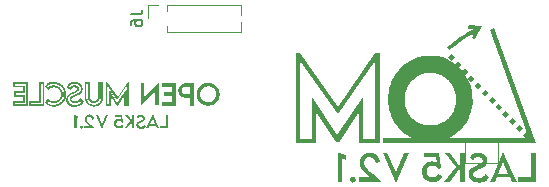
<source format=gbr>
%TF.GenerationSoftware,KiCad,Pcbnew,9.0.1*%
%TF.CreationDate,2025-05-18T13:56:21-05:00*%
%TF.ProjectId,LASK5-V3-0,4c41534b-352d-4563-932d-302e6b696361,rev?*%
%TF.SameCoordinates,Original*%
%TF.FileFunction,Legend,Bot*%
%TF.FilePolarity,Positive*%
%FSLAX46Y46*%
G04 Gerber Fmt 4.6, Leading zero omitted, Abs format (unit mm)*
G04 Created by KiCad (PCBNEW 9.0.1) date 2025-05-18 13:56:21*
%MOMM*%
%LPD*%
G01*
G04 APERTURE LIST*
%ADD10C,0.000000*%
%ADD11C,0.150000*%
%ADD12C,0.120000*%
G04 APERTURE END LIST*
D10*
G36*
X150227893Y-84098851D02*
G01*
X150239545Y-84099750D01*
X150251151Y-84101234D01*
X150262689Y-84103293D01*
X150274135Y-84105914D01*
X150285468Y-84109087D01*
X150296664Y-84112799D01*
X150307700Y-84117040D01*
X150318553Y-84121797D01*
X150329201Y-84127061D01*
X150339622Y-84132818D01*
X150349791Y-84139058D01*
X150359686Y-84145770D01*
X150369286Y-84152942D01*
X150378565Y-84160562D01*
X150387503Y-84168620D01*
X150396076Y-84177103D01*
X150404260Y-84186001D01*
X150412035Y-84195301D01*
X150419376Y-84204994D01*
X150426261Y-84215066D01*
X150432666Y-84225507D01*
X150438570Y-84236306D01*
X150443950Y-84247451D01*
X150448781Y-84258930D01*
X150453043Y-84270732D01*
X150456712Y-84282846D01*
X150459764Y-84295261D01*
X150462178Y-84307964D01*
X150463931Y-84320945D01*
X150464999Y-84334192D01*
X150465360Y-84347694D01*
X150464999Y-84359369D01*
X150463931Y-84371022D01*
X150462178Y-84382628D01*
X150459764Y-84394166D01*
X150456712Y-84405613D01*
X150453043Y-84416946D01*
X150448781Y-84428142D01*
X150443950Y-84439178D01*
X150438570Y-84450032D01*
X150432666Y-84460680D01*
X150426261Y-84471101D01*
X150419376Y-84481270D01*
X150412035Y-84491166D01*
X150404260Y-84500765D01*
X150396076Y-84510045D01*
X150387503Y-84518982D01*
X150378565Y-84527555D01*
X150369286Y-84535740D01*
X150359686Y-84543514D01*
X150349791Y-84550855D01*
X150339622Y-84557740D01*
X150329201Y-84564146D01*
X150318553Y-84570050D01*
X150307700Y-84575429D01*
X150296664Y-84580261D01*
X150285468Y-84584523D01*
X150274135Y-84588191D01*
X150262689Y-84591244D01*
X150251151Y-84593658D01*
X150239545Y-84595410D01*
X150227893Y-84596479D01*
X150216219Y-84596840D01*
X150204544Y-84596479D01*
X150192892Y-84595410D01*
X150181286Y-84593658D01*
X150169748Y-84591244D01*
X150158302Y-84588191D01*
X150146969Y-84584523D01*
X150135774Y-84580261D01*
X150124738Y-84575429D01*
X150113884Y-84570050D01*
X150103236Y-84564146D01*
X150092816Y-84557740D01*
X150082647Y-84550855D01*
X150072751Y-84543514D01*
X150063152Y-84535740D01*
X150053872Y-84527555D01*
X150044935Y-84518982D01*
X150036362Y-84510045D01*
X150028177Y-84500765D01*
X150020403Y-84491166D01*
X150013062Y-84481270D01*
X150006177Y-84471101D01*
X149999771Y-84460680D01*
X149993867Y-84450032D01*
X149988488Y-84439178D01*
X149983656Y-84428142D01*
X149979394Y-84416946D01*
X149975726Y-84405613D01*
X149972673Y-84394166D01*
X149970259Y-84382628D01*
X149968506Y-84371022D01*
X149967438Y-84359369D01*
X149967077Y-84347694D01*
X149967438Y-84336019D01*
X149968506Y-84324367D01*
X149970259Y-84312760D01*
X149972673Y-84301222D01*
X149975726Y-84289775D01*
X149979394Y-84278443D01*
X149983656Y-84267247D01*
X149988488Y-84256210D01*
X149993867Y-84245357D01*
X149999771Y-84234708D01*
X150006177Y-84224288D01*
X150013062Y-84214118D01*
X150020403Y-84204223D01*
X150028177Y-84194623D01*
X150036362Y-84185344D01*
X150044935Y-84176406D01*
X150053872Y-84167833D01*
X150063152Y-84159648D01*
X150072751Y-84151874D01*
X150082647Y-84144533D01*
X150092816Y-84137648D01*
X150103236Y-84131243D01*
X150113884Y-84125339D01*
X150124738Y-84119959D01*
X150135774Y-84115128D01*
X150146969Y-84110866D01*
X150158302Y-84107197D01*
X150169748Y-84104145D01*
X150181286Y-84101731D01*
X150192892Y-84099978D01*
X150204544Y-84098910D01*
X150216219Y-84098549D01*
X150227893Y-84098851D01*
G37*
G36*
X153849550Y-83745596D02*
G01*
X154576223Y-82105405D01*
X154991464Y-82105405D01*
X153870321Y-84596836D01*
X152749174Y-82105400D01*
X153122881Y-82105400D01*
X153849550Y-83745596D01*
G37*
G36*
X133773546Y-78062538D02*
G01*
X133474863Y-78062538D01*
X133474863Y-76837927D01*
X132265188Y-78092401D01*
X132265188Y-76180818D01*
X132265188Y-76180817D01*
X132563871Y-76180817D01*
X132563871Y-77405429D01*
X133758611Y-76150955D01*
X133773546Y-76150955D01*
X133773546Y-78062538D01*
G37*
G36*
X160555671Y-75814533D02*
G01*
X160265005Y-76105201D01*
X159974338Y-75814533D01*
X160265005Y-75523865D01*
X160555671Y-75814533D01*
G37*
G36*
X160866209Y-82064724D02*
G01*
X160906296Y-82067238D01*
X160945798Y-82071388D01*
X160984665Y-82077138D01*
X161022848Y-82084454D01*
X161060297Y-82093302D01*
X161096963Y-82103648D01*
X161132796Y-82115457D01*
X161167747Y-82128696D01*
X161201767Y-82143330D01*
X161234807Y-82159325D01*
X161266816Y-82176647D01*
X161297745Y-82195262D01*
X161327545Y-82215135D01*
X161356167Y-82236231D01*
X161383561Y-82258518D01*
X161409677Y-82281961D01*
X161434467Y-82306525D01*
X161457881Y-82332176D01*
X161479869Y-82358881D01*
X161500382Y-82386604D01*
X161519370Y-82415312D01*
X161536785Y-82444970D01*
X161552576Y-82475545D01*
X161566695Y-82507002D01*
X161579091Y-82539306D01*
X161589716Y-82572424D01*
X161598520Y-82606322D01*
X161605454Y-82640964D01*
X161610468Y-82676318D01*
X161613512Y-82712348D01*
X161614538Y-82749021D01*
X161613636Y-82785281D01*
X161610969Y-82820123D01*
X161606600Y-82853589D01*
X161600588Y-82885720D01*
X161592995Y-82916558D01*
X161583881Y-82946146D01*
X161573308Y-82974525D01*
X161561335Y-83001736D01*
X161548024Y-83027823D01*
X161533436Y-83052826D01*
X161517631Y-83076787D01*
X161500671Y-83099748D01*
X161482616Y-83121751D01*
X161463526Y-83142839D01*
X161443464Y-83163051D01*
X161422489Y-83182431D01*
X161378045Y-83218861D01*
X161330682Y-83252462D01*
X161280885Y-83283570D01*
X161229142Y-83312518D01*
X161175940Y-83339641D01*
X161121764Y-83365274D01*
X161012439Y-83413408D01*
X160957777Y-83437246D01*
X160903115Y-83462028D01*
X160848939Y-83487721D01*
X160795736Y-83514297D01*
X160743993Y-83541724D01*
X160694197Y-83569973D01*
X160646834Y-83599012D01*
X160602391Y-83628812D01*
X160561353Y-83659342D01*
X160542264Y-83674871D01*
X160524209Y-83690571D01*
X160507249Y-83706438D01*
X160491444Y-83722469D01*
X160476856Y-83738660D01*
X160463545Y-83755006D01*
X160451573Y-83771504D01*
X160440999Y-83788151D01*
X160431885Y-83804942D01*
X160424292Y-83821874D01*
X160418281Y-83838943D01*
X160413911Y-83856145D01*
X160411245Y-83873476D01*
X160410343Y-83890932D01*
X160411065Y-83908265D01*
X160413197Y-83925222D01*
X160416690Y-83941791D01*
X160421494Y-83957961D01*
X160427561Y-83973721D01*
X160434840Y-83989059D01*
X160443283Y-84003963D01*
X160452840Y-84018422D01*
X160463461Y-84032425D01*
X160475097Y-84045961D01*
X160487699Y-84059018D01*
X160501216Y-84071584D01*
X160530803Y-84095200D01*
X160563461Y-84116717D01*
X160598796Y-84136044D01*
X160636412Y-84153091D01*
X160675913Y-84167765D01*
X160716904Y-84179976D01*
X160758990Y-84189632D01*
X160801776Y-84196642D01*
X160844866Y-84200915D01*
X160887865Y-84202360D01*
X160930423Y-84201149D01*
X160972372Y-84197535D01*
X161013592Y-84191548D01*
X161053960Y-84183220D01*
X161093355Y-84172581D01*
X161112649Y-84166404D01*
X161131655Y-84159661D01*
X161150356Y-84152355D01*
X161168738Y-84144490D01*
X161186786Y-84136070D01*
X161204484Y-84127099D01*
X161221817Y-84117581D01*
X161238769Y-84107518D01*
X161255327Y-84096916D01*
X161271473Y-84085778D01*
X161287194Y-84074108D01*
X161302474Y-84061909D01*
X161317298Y-84049186D01*
X161331650Y-84035942D01*
X161345516Y-84022181D01*
X161358880Y-84007907D01*
X161371727Y-83993123D01*
X161384041Y-83977833D01*
X161395808Y-83962042D01*
X161407013Y-83945753D01*
X161417640Y-83928969D01*
X161427673Y-83911695D01*
X161739103Y-84119316D01*
X161739113Y-84119304D01*
X161711077Y-84172568D01*
X161681248Y-84223277D01*
X161649289Y-84271309D01*
X161614867Y-84316543D01*
X161577646Y-84358858D01*
X161537293Y-84398131D01*
X161493473Y-84434241D01*
X161445851Y-84467067D01*
X161394093Y-84496486D01*
X161337864Y-84522378D01*
X161276830Y-84544620D01*
X161210657Y-84563090D01*
X161139008Y-84577668D01*
X161061551Y-84588232D01*
X160977951Y-84594659D01*
X160887872Y-84596828D01*
X160841531Y-84595923D01*
X160795964Y-84593234D01*
X160751219Y-84588805D01*
X160707341Y-84582676D01*
X160664375Y-84574890D01*
X160622367Y-84565488D01*
X160581362Y-84554512D01*
X160541407Y-84542004D01*
X160502547Y-84528006D01*
X160464827Y-84512559D01*
X160428294Y-84495706D01*
X160392992Y-84477488D01*
X160358967Y-84457947D01*
X160326266Y-84437125D01*
X160294933Y-84415063D01*
X160265014Y-84391805D01*
X160236555Y-84367390D01*
X160209601Y-84341861D01*
X160184199Y-84315261D01*
X160160393Y-84287630D01*
X160138230Y-84259011D01*
X160117754Y-84229445D01*
X160099012Y-84198974D01*
X160082049Y-84167641D01*
X160066911Y-84135486D01*
X160053644Y-84102552D01*
X160042292Y-84068880D01*
X160032902Y-84034513D01*
X160025519Y-83999491D01*
X160020189Y-83963858D01*
X160016958Y-83927654D01*
X160015871Y-83890922D01*
X160016717Y-83854543D01*
X160019231Y-83819345D01*
X160023381Y-83785296D01*
X160029131Y-83752361D01*
X160036447Y-83720505D01*
X160045295Y-83689695D01*
X160055641Y-83659896D01*
X160067451Y-83631073D01*
X160080690Y-83603194D01*
X160095325Y-83576223D01*
X160111320Y-83550127D01*
X160128642Y-83524871D01*
X160147257Y-83500420D01*
X160167130Y-83476742D01*
X160210514Y-83431563D01*
X160258521Y-83389061D01*
X160310877Y-83348961D01*
X160367308Y-83310990D01*
X160427541Y-83274874D01*
X160491302Y-83240341D01*
X160558317Y-83207115D01*
X160628313Y-83174923D01*
X160701015Y-83143492D01*
X160904742Y-83043901D01*
X160950200Y-83021056D01*
X160992981Y-82998606D01*
X161032842Y-82976338D01*
X161069540Y-82954040D01*
X161086627Y-82942813D01*
X161102832Y-82931499D01*
X161118125Y-82920070D01*
X161132475Y-82908501D01*
X161145851Y-82896765D01*
X161158224Y-82884835D01*
X161169563Y-82872684D01*
X161179838Y-82860287D01*
X161189017Y-82847615D01*
X161197072Y-82834643D01*
X161203970Y-82821345D01*
X161209683Y-82807693D01*
X161214179Y-82793661D01*
X161217428Y-82779222D01*
X161219400Y-82764350D01*
X161220064Y-82749018D01*
X161219404Y-82733511D01*
X161217459Y-82718149D01*
X161214282Y-82702954D01*
X161209926Y-82687949D01*
X161204446Y-82673157D01*
X161197893Y-82658601D01*
X161190322Y-82644303D01*
X161181785Y-82630287D01*
X161172335Y-82616574D01*
X161162026Y-82603189D01*
X161150912Y-82590153D01*
X161139044Y-82577490D01*
X161113265Y-82553372D01*
X161085112Y-82531018D01*
X161055014Y-82510611D01*
X161023394Y-82492332D01*
X160990680Y-82476365D01*
X160957296Y-82462892D01*
X160923670Y-82452095D01*
X160890225Y-82444157D01*
X160857389Y-82439260D01*
X160841332Y-82438010D01*
X160825586Y-82437588D01*
X160794463Y-82438561D01*
X160763462Y-82441481D01*
X160732704Y-82446347D01*
X160702311Y-82453160D01*
X160687289Y-82457297D01*
X160672404Y-82461920D01*
X160657672Y-82467029D01*
X160643106Y-82472626D01*
X160628724Y-82478708D01*
X160614538Y-82485278D01*
X160600566Y-82492334D01*
X160586822Y-82499877D01*
X160573321Y-82507906D01*
X160560079Y-82516422D01*
X160547110Y-82525424D01*
X160534430Y-82534914D01*
X160522055Y-82544889D01*
X160509998Y-82555351D01*
X160498277Y-82566300D01*
X160486905Y-82577736D01*
X160475898Y-82589658D01*
X160465271Y-82602066D01*
X160455039Y-82614961D01*
X160445218Y-82628343D01*
X160435823Y-82642211D01*
X160426869Y-82656566D01*
X160418371Y-82671407D01*
X160410345Y-82686735D01*
X160119678Y-82499878D01*
X160139924Y-82450502D01*
X160161933Y-82403650D01*
X160186010Y-82359414D01*
X160212460Y-82317885D01*
X160241586Y-82279154D01*
X160273692Y-82243312D01*
X160309083Y-82210451D01*
X160348063Y-82180662D01*
X160368994Y-82166948D01*
X160390936Y-82154036D01*
X160413927Y-82141937D01*
X160438005Y-82130664D01*
X160463209Y-82120226D01*
X160489576Y-82110637D01*
X160545951Y-82094047D01*
X160607436Y-82080985D01*
X160674334Y-82071542D01*
X160746949Y-82065809D01*
X160825586Y-82063878D01*
X160866209Y-82064724D01*
G37*
G36*
X138939535Y-77171760D02*
G01*
X138935799Y-77221174D01*
X138929645Y-77269856D01*
X138921134Y-77317744D01*
X138910326Y-77364779D01*
X138897282Y-77410901D01*
X138882060Y-77456049D01*
X138864722Y-77500163D01*
X138845328Y-77543184D01*
X138823937Y-77585051D01*
X138800611Y-77625703D01*
X138775408Y-77665082D01*
X138748390Y-77703126D01*
X138719616Y-77739775D01*
X138689147Y-77774969D01*
X138657043Y-77808649D01*
X138623363Y-77840753D01*
X138588169Y-77871222D01*
X138551519Y-77899996D01*
X138513476Y-77927014D01*
X138474097Y-77952216D01*
X138433445Y-77975543D01*
X138391578Y-77996933D01*
X138348557Y-78016327D01*
X138304443Y-78033665D01*
X138259294Y-78048887D01*
X138213173Y-78061931D01*
X138166138Y-78072739D01*
X138118250Y-78081250D01*
X138069568Y-78087403D01*
X138020154Y-78091140D01*
X137970068Y-78092398D01*
X137919981Y-78091140D01*
X137870566Y-78087403D01*
X137821885Y-78081250D01*
X137773997Y-78072739D01*
X137726961Y-78061931D01*
X137680840Y-78048887D01*
X137635691Y-78033665D01*
X137591577Y-78016327D01*
X137548556Y-77996933D01*
X137506689Y-77975543D01*
X137466037Y-77952216D01*
X137426658Y-77927014D01*
X137388614Y-77899996D01*
X137351965Y-77871222D01*
X137316771Y-77840753D01*
X137283091Y-77808649D01*
X137250987Y-77774969D01*
X137220518Y-77739775D01*
X137191744Y-77703126D01*
X137164726Y-77665082D01*
X137139524Y-77625703D01*
X137116197Y-77585051D01*
X137094807Y-77543184D01*
X137075413Y-77500163D01*
X137058075Y-77456049D01*
X137042854Y-77410901D01*
X137029809Y-77364779D01*
X137019001Y-77317744D01*
X137010490Y-77269856D01*
X137004337Y-77221174D01*
X137000601Y-77171760D01*
X136999342Y-77121673D01*
X137298025Y-77121673D01*
X137298893Y-77156450D01*
X137301470Y-77190748D01*
X137305716Y-77224527D01*
X137311588Y-77257744D01*
X137319047Y-77290361D01*
X137328050Y-77322334D01*
X137338557Y-77353624D01*
X137350528Y-77384190D01*
X137363920Y-77413990D01*
X137378694Y-77442983D01*
X137394807Y-77471128D01*
X137412219Y-77498384D01*
X137430889Y-77524711D01*
X137450776Y-77550067D01*
X137471839Y-77574412D01*
X137494036Y-77597703D01*
X137517328Y-77619901D01*
X137541672Y-77640964D01*
X137567028Y-77660851D01*
X137593355Y-77679521D01*
X137620612Y-77696933D01*
X137648757Y-77713046D01*
X137677750Y-77727820D01*
X137707550Y-77741212D01*
X137738115Y-77753183D01*
X137769406Y-77763690D01*
X137801379Y-77772693D01*
X137833996Y-77780152D01*
X137867214Y-77786024D01*
X137900993Y-77790270D01*
X137935291Y-77792847D01*
X137970068Y-77793715D01*
X138004844Y-77792847D01*
X138039142Y-77790270D01*
X138072921Y-77786024D01*
X138106138Y-77780152D01*
X138138755Y-77772693D01*
X138170728Y-77763690D01*
X138202018Y-77753182D01*
X138232583Y-77741212D01*
X138262383Y-77727819D01*
X138291376Y-77713046D01*
X138319521Y-77696932D01*
X138346777Y-77679520D01*
X138373104Y-77660850D01*
X138398460Y-77640963D01*
X138422804Y-77619900D01*
X138446096Y-77597702D01*
X138468293Y-77574411D01*
X138489356Y-77550067D01*
X138509243Y-77524711D01*
X138527913Y-77498384D01*
X138545325Y-77471127D01*
X138561438Y-77442982D01*
X138576211Y-77413989D01*
X138589604Y-77384189D01*
X138601574Y-77353624D01*
X138612082Y-77322334D01*
X138621085Y-77290360D01*
X138628544Y-77257744D01*
X138634416Y-77224526D01*
X138638661Y-77190748D01*
X138641239Y-77156450D01*
X138642107Y-77121673D01*
X138641239Y-77086897D01*
X138638661Y-77052599D01*
X138634416Y-77018820D01*
X138628544Y-76985603D01*
X138621085Y-76952986D01*
X138612082Y-76921013D01*
X138601574Y-76889723D01*
X138589604Y-76859157D01*
X138576211Y-76829358D01*
X138561438Y-76800365D01*
X138545325Y-76772219D01*
X138527913Y-76744963D01*
X138509243Y-76718636D01*
X138489356Y-76693280D01*
X138468293Y-76668936D01*
X138446096Y-76645644D01*
X138422804Y-76623446D01*
X138398460Y-76602383D01*
X138373104Y-76582496D01*
X138346777Y-76563826D01*
X138319521Y-76546414D01*
X138291376Y-76530301D01*
X138262383Y-76515527D01*
X138232583Y-76502135D01*
X138202018Y-76490164D01*
X138170728Y-76479657D01*
X138138755Y-76470653D01*
X138106138Y-76463195D01*
X138072921Y-76457322D01*
X138039142Y-76453077D01*
X138004844Y-76450500D01*
X137970068Y-76449632D01*
X137935291Y-76450500D01*
X137900993Y-76453077D01*
X137867214Y-76457322D01*
X137833996Y-76463195D01*
X137801379Y-76470653D01*
X137769406Y-76479657D01*
X137738115Y-76490164D01*
X137707550Y-76502135D01*
X137677750Y-76515527D01*
X137648757Y-76530301D01*
X137620612Y-76546414D01*
X137593355Y-76563826D01*
X137567028Y-76582496D01*
X137541672Y-76602383D01*
X137517328Y-76623446D01*
X137494036Y-76645644D01*
X137471839Y-76668936D01*
X137450776Y-76693280D01*
X137430889Y-76718636D01*
X137412219Y-76744963D01*
X137394807Y-76772219D01*
X137378694Y-76800365D01*
X137363920Y-76829358D01*
X137350528Y-76859157D01*
X137338557Y-76889723D01*
X137328050Y-76921013D01*
X137319047Y-76952986D01*
X137311588Y-76985603D01*
X137305716Y-77018820D01*
X137301470Y-77052599D01*
X137298893Y-77086897D01*
X137298025Y-77121673D01*
X136999342Y-77121673D01*
X137000601Y-77071587D01*
X137004337Y-77022172D01*
X137010490Y-76973491D01*
X137019001Y-76925603D01*
X137029809Y-76878568D01*
X137042854Y-76832446D01*
X137058075Y-76787298D01*
X137075413Y-76743183D01*
X137094807Y-76700163D01*
X137116197Y-76658296D01*
X137139524Y-76617644D01*
X137164726Y-76578265D01*
X137191744Y-76540222D01*
X137220518Y-76503572D01*
X137250987Y-76468378D01*
X137283091Y-76434699D01*
X137316771Y-76402594D01*
X137351965Y-76372125D01*
X137388614Y-76343352D01*
X137426658Y-76316334D01*
X137466037Y-76291131D01*
X137506689Y-76267805D01*
X137548556Y-76246414D01*
X137591577Y-76227020D01*
X137635691Y-76209682D01*
X137680840Y-76194461D01*
X137726961Y-76181416D01*
X137773997Y-76170609D01*
X137821885Y-76162098D01*
X137870566Y-76155944D01*
X137919981Y-76152208D01*
X137970068Y-76150949D01*
X138020154Y-76152208D01*
X138069568Y-76155944D01*
X138118250Y-76162098D01*
X138166138Y-76170609D01*
X138213173Y-76181416D01*
X138259294Y-76194461D01*
X138304443Y-76209682D01*
X138348557Y-76227020D01*
X138391578Y-76246414D01*
X138433445Y-76267805D01*
X138474097Y-76291131D01*
X138513476Y-76316334D01*
X138551519Y-76343352D01*
X138588169Y-76372125D01*
X138623363Y-76402594D01*
X138657043Y-76434699D01*
X138689147Y-76468378D01*
X138719616Y-76503572D01*
X138748390Y-76540222D01*
X138775408Y-76578265D01*
X138800611Y-76617644D01*
X138823937Y-76658296D01*
X138845328Y-76700163D01*
X138864722Y-76743183D01*
X138882060Y-76787298D01*
X138897282Y-76832446D01*
X138910326Y-76878568D01*
X138921134Y-76925603D01*
X138929645Y-76973491D01*
X138935799Y-77022172D01*
X138939535Y-77071587D01*
X138940794Y-77121673D01*
X138939535Y-77171760D01*
G37*
G36*
X131294462Y-78137199D02*
G01*
X130846433Y-78137199D01*
X130846433Y-77285947D01*
X130353605Y-78077461D01*
X130323736Y-78107331D01*
X130234133Y-78107331D01*
X129726370Y-77285948D01*
X129726370Y-78137201D01*
X129278337Y-78137201D01*
X129278345Y-78137199D01*
X129308214Y-78137199D01*
X129308214Y-76360026D01*
X129427683Y-76360026D01*
X129427683Y-77987860D01*
X129577024Y-77987860D01*
X129577024Y-77972931D01*
X129577024Y-76748318D01*
X130278936Y-77883322D01*
X130980844Y-76748318D01*
X130980844Y-77987860D01*
X131130186Y-77987860D01*
X131130186Y-76360026D01*
X130278936Y-77644375D01*
X129427683Y-76360026D01*
X129308214Y-76360026D01*
X129308214Y-76061338D01*
X129442621Y-76061338D01*
X130293871Y-77360618D01*
X131160055Y-76061338D01*
X131294462Y-76061338D01*
X131294462Y-76360026D01*
X131294462Y-78137199D01*
G37*
G36*
X122722196Y-78137201D02*
G01*
X121452787Y-78137201D01*
X121452787Y-77689174D01*
X122274168Y-77689174D01*
X122274168Y-77315817D01*
X121557325Y-77315817D01*
X121557325Y-76867789D01*
X122274168Y-76867789D01*
X122274168Y-76539233D01*
X121452787Y-76539233D01*
X121452787Y-76255488D01*
X121602125Y-76255488D01*
X121602125Y-76389896D01*
X122423506Y-76389896D01*
X122423506Y-77017135D01*
X121706671Y-77017135D01*
X121706671Y-77166477D01*
X122423513Y-77166477D01*
X122423513Y-77838519D01*
X121602133Y-77838519D01*
X121602133Y-77987860D01*
X122572851Y-77987860D01*
X122572851Y-76255488D01*
X121602125Y-76255488D01*
X121452787Y-76255488D01*
X121452787Y-76106143D01*
X122722196Y-76106143D01*
X122722196Y-77987860D01*
X122722196Y-78137201D01*
G37*
G36*
X124096159Y-78137201D02*
G01*
X122811811Y-78137201D01*
X122811811Y-77838519D01*
X122961149Y-77838519D01*
X122961149Y-77987860D01*
X123946806Y-77987860D01*
X123946806Y-76255488D01*
X123797468Y-76255488D01*
X123797468Y-77838519D01*
X122961149Y-77838519D01*
X122811811Y-77838519D01*
X122811811Y-77689174D01*
X123648130Y-77689174D01*
X123648130Y-76106143D01*
X124096159Y-76106143D01*
X124096159Y-77987860D01*
X124096159Y-78137201D01*
G37*
G36*
X129099123Y-77345687D02*
G01*
X129098124Y-77388775D01*
X129095156Y-77431205D01*
X129090263Y-77472929D01*
X129083489Y-77513901D01*
X129074877Y-77554075D01*
X129064471Y-77593404D01*
X129052316Y-77631841D01*
X129038454Y-77669340D01*
X129022929Y-77705855D01*
X129005786Y-77741339D01*
X128987067Y-77775745D01*
X128966817Y-77809028D01*
X128945080Y-77841140D01*
X128921899Y-77872036D01*
X128897317Y-77901668D01*
X128871380Y-77929990D01*
X128844129Y-77956956D01*
X128815610Y-77982519D01*
X128785866Y-78006632D01*
X128754941Y-78029250D01*
X128722877Y-78050326D01*
X128689721Y-78069813D01*
X128655514Y-78087664D01*
X128620300Y-78103834D01*
X128584124Y-78118275D01*
X128547029Y-78130942D01*
X128509060Y-78141788D01*
X128470258Y-78150766D01*
X128430670Y-78157830D01*
X128390337Y-78162933D01*
X128349304Y-78166029D01*
X128307615Y-78167071D01*
X128307604Y-78167071D01*
X128265915Y-78166029D01*
X128224882Y-78162933D01*
X128184550Y-78157830D01*
X128144961Y-78150766D01*
X128106160Y-78141788D01*
X128068190Y-78130942D01*
X128031095Y-78118275D01*
X127994919Y-78103834D01*
X127959706Y-78087664D01*
X127925499Y-78069812D01*
X127892342Y-78050325D01*
X127860279Y-78029250D01*
X127829353Y-78006632D01*
X127799608Y-77982518D01*
X127771089Y-77956955D01*
X127743839Y-77929989D01*
X127717901Y-77901667D01*
X127693319Y-77872035D01*
X127670137Y-77841140D01*
X127648400Y-77809028D01*
X127628150Y-77775745D01*
X127609431Y-77741339D01*
X127592287Y-77705855D01*
X127576762Y-77669340D01*
X127562900Y-77631841D01*
X127550744Y-77593403D01*
X127540338Y-77554075D01*
X127531726Y-77513901D01*
X127524952Y-77472929D01*
X127520059Y-77431205D01*
X127517091Y-77388775D01*
X127516092Y-77345687D01*
X127516092Y-76255486D01*
X127650503Y-76255486D01*
X127650503Y-77345687D01*
X127651285Y-77381777D01*
X127653613Y-77417223D01*
X127657455Y-77451990D01*
X127662783Y-77486046D01*
X127669565Y-77519359D01*
X127677772Y-77551894D01*
X127687373Y-77583620D01*
X127698339Y-77614504D01*
X127710639Y-77644513D01*
X127724244Y-77673614D01*
X127739123Y-77701775D01*
X127755246Y-77728962D01*
X127772584Y-77755142D01*
X127791105Y-77780284D01*
X127810781Y-77804353D01*
X127831580Y-77827318D01*
X127853473Y-77849145D01*
X127876430Y-77869801D01*
X127900421Y-77889255D01*
X127925415Y-77907472D01*
X127951383Y-77924421D01*
X127978294Y-77940068D01*
X128006118Y-77954381D01*
X128034826Y-77967326D01*
X128064387Y-77978871D01*
X128094771Y-77988983D01*
X128125948Y-77997630D01*
X128157888Y-78004778D01*
X128190561Y-78010395D01*
X128223937Y-78014447D01*
X128257986Y-78016903D01*
X128292677Y-78017729D01*
X128327368Y-78016903D01*
X128361416Y-78014447D01*
X128394791Y-78010395D01*
X128427464Y-78004778D01*
X128459404Y-77997630D01*
X128490581Y-77988983D01*
X128520964Y-77978871D01*
X128550525Y-77967326D01*
X128579233Y-77954381D01*
X128607057Y-77940068D01*
X128633968Y-77924421D01*
X128659936Y-77907472D01*
X128684930Y-77889255D01*
X128708920Y-77869801D01*
X128731877Y-77849145D01*
X128753770Y-77827318D01*
X128774569Y-77804353D01*
X128794245Y-77780284D01*
X128812766Y-77755142D01*
X128830103Y-77728962D01*
X128846227Y-77701775D01*
X128861106Y-77673614D01*
X128874710Y-77644513D01*
X128887011Y-77614504D01*
X128897977Y-77583620D01*
X128907578Y-77551894D01*
X128915785Y-77519359D01*
X128922567Y-77486046D01*
X128927894Y-77451990D01*
X128931737Y-77417223D01*
X128934064Y-77381777D01*
X128934847Y-77345687D01*
X128934847Y-76255487D01*
X128934845Y-76255487D01*
X128934844Y-76255487D01*
X128934843Y-76255487D01*
X128934843Y-76255486D01*
X128934842Y-76255486D01*
X128934841Y-76255486D01*
X128934840Y-76255486D01*
X128934835Y-76255486D01*
X128785497Y-76255486D01*
X128785497Y-77345686D01*
X128784889Y-77373464D01*
X128783080Y-77400778D01*
X128780095Y-77427600D01*
X128775959Y-77453902D01*
X128770697Y-77479657D01*
X128764332Y-77504838D01*
X128756890Y-77529417D01*
X128748395Y-77553367D01*
X128738872Y-77576661D01*
X128728345Y-77599271D01*
X128716840Y-77621170D01*
X128704380Y-77642331D01*
X128690990Y-77662726D01*
X128676696Y-77682328D01*
X128661520Y-77701110D01*
X128645489Y-77719044D01*
X128628626Y-77736103D01*
X128610957Y-77752260D01*
X128592506Y-77767487D01*
X128573297Y-77781757D01*
X128553356Y-77795042D01*
X128532706Y-77807316D01*
X128511372Y-77818550D01*
X128489380Y-77828718D01*
X128466753Y-77837792D01*
X128443516Y-77845745D01*
X128419695Y-77852550D01*
X128395312Y-77858178D01*
X128370394Y-77862604D01*
X128344964Y-77865798D01*
X128319048Y-77867735D01*
X128292669Y-77868387D01*
X128266291Y-77867735D01*
X128240375Y-77865798D01*
X128214945Y-77862604D01*
X128190027Y-77858178D01*
X128165645Y-77852550D01*
X128141823Y-77845745D01*
X128118587Y-77837792D01*
X128095960Y-77828718D01*
X128073968Y-77818550D01*
X128052635Y-77807316D01*
X128031985Y-77795042D01*
X128012044Y-77781757D01*
X127992835Y-77767487D01*
X127974384Y-77752260D01*
X127956715Y-77736104D01*
X127939852Y-77719045D01*
X127923821Y-77701110D01*
X127908646Y-77682329D01*
X127894351Y-77662726D01*
X127880962Y-77642331D01*
X127868502Y-77621170D01*
X127856996Y-77599271D01*
X127846470Y-77576661D01*
X127836947Y-77553367D01*
X127828452Y-77529417D01*
X127821010Y-77504838D01*
X127814645Y-77479657D01*
X127809383Y-77453902D01*
X127805247Y-77427600D01*
X127802262Y-77400779D01*
X127800453Y-77373465D01*
X127799845Y-77345687D01*
X127799845Y-76255486D01*
X127650503Y-76255486D01*
X127516092Y-76255486D01*
X127516092Y-76106146D01*
X127964121Y-76106146D01*
X127964121Y-77345687D01*
X127964555Y-77365153D01*
X127965845Y-77384335D01*
X127967972Y-77403210D01*
X127970917Y-77421758D01*
X127974660Y-77439955D01*
X127979182Y-77457781D01*
X127984465Y-77475212D01*
X127990489Y-77492228D01*
X127997234Y-77508807D01*
X128004683Y-77524926D01*
X128012815Y-77540564D01*
X128021611Y-77555699D01*
X128031053Y-77570309D01*
X128041121Y-77584372D01*
X128051796Y-77597866D01*
X128063060Y-77610769D01*
X128074891Y-77623060D01*
X128087273Y-77634717D01*
X128100185Y-77645717D01*
X128113608Y-77656039D01*
X128127524Y-77665661D01*
X128141913Y-77674561D01*
X128156755Y-77682717D01*
X128172033Y-77690108D01*
X128187726Y-77696711D01*
X128203815Y-77702505D01*
X128220282Y-77707467D01*
X128237107Y-77711576D01*
X128254272Y-77714810D01*
X128271756Y-77717148D01*
X128289541Y-77718566D01*
X128307607Y-77719044D01*
X128325674Y-77718566D01*
X128343460Y-77717148D01*
X128360944Y-77714810D01*
X128378109Y-77711576D01*
X128394934Y-77707467D01*
X128411401Y-77702505D01*
X128427491Y-77696711D01*
X128443184Y-77690108D01*
X128458461Y-77682717D01*
X128473304Y-77674561D01*
X128487693Y-77665661D01*
X128501608Y-77656039D01*
X128515032Y-77645717D01*
X128527943Y-77634717D01*
X128540325Y-77623060D01*
X128552157Y-77610769D01*
X128563420Y-77597866D01*
X128574095Y-77584372D01*
X128584163Y-77570309D01*
X128593604Y-77555699D01*
X128602401Y-77540564D01*
X128610533Y-77524926D01*
X128617981Y-77508807D01*
X128624727Y-77492228D01*
X128630750Y-77475212D01*
X128636033Y-77457781D01*
X128640555Y-77439955D01*
X128644298Y-77421758D01*
X128647243Y-77403210D01*
X128649370Y-77384335D01*
X128650660Y-77365153D01*
X128651094Y-77345687D01*
X128651094Y-76106146D01*
X129099123Y-76106146D01*
X129099123Y-76255487D01*
X129099123Y-77345687D01*
G37*
G36*
X164022915Y-79406347D02*
G01*
X163732248Y-79697015D01*
X163441581Y-79406347D01*
X163732248Y-79115680D01*
X164022915Y-79406347D01*
G37*
G36*
X164105966Y-84534548D02*
G01*
X163690725Y-84534548D01*
X163524631Y-84160835D01*
X162403484Y-84160835D01*
X162237392Y-84534544D01*
X161822151Y-84534544D01*
X162136173Y-83849407D01*
X162507292Y-83849407D01*
X163379293Y-83849407D01*
X162943292Y-82894358D01*
X162507292Y-83849407D01*
X162136173Y-83849407D01*
X162964060Y-82043112D01*
X163791944Y-83849407D01*
X164105966Y-84534548D01*
G37*
G36*
X161718343Y-77018722D02*
G01*
X161427677Y-77309390D01*
X161137010Y-77018722D01*
X161427677Y-76728054D01*
X161718343Y-77018722D01*
G37*
G36*
X135207235Y-78077472D02*
G01*
X134087164Y-78077472D01*
X134087164Y-77778786D01*
X134908544Y-77778786D01*
X134908544Y-77256085D01*
X134191705Y-77256085D01*
X134191705Y-76957398D01*
X134908544Y-76957398D01*
X134908544Y-76479504D01*
X134087164Y-76479504D01*
X134087164Y-76195755D01*
X135207235Y-76195755D01*
X135207235Y-78077472D01*
G37*
G36*
X130780210Y-79456845D02*
G01*
X130682543Y-79517889D01*
X130673090Y-79502297D01*
X130663012Y-79487581D01*
X130652254Y-79473759D01*
X130640763Y-79460850D01*
X130628486Y-79448870D01*
X130615368Y-79437839D01*
X130601356Y-79427773D01*
X130586396Y-79418690D01*
X130570434Y-79410610D01*
X130553417Y-79403548D01*
X130535292Y-79397524D01*
X130516004Y-79392556D01*
X130495499Y-79388660D01*
X130473725Y-79385855D01*
X130450628Y-79384159D01*
X130426153Y-79383590D01*
X130401416Y-79384448D01*
X130389397Y-79385521D01*
X130377627Y-79387023D01*
X130366116Y-79388955D01*
X130354875Y-79391316D01*
X130343916Y-79394105D01*
X130333250Y-79397325D01*
X130322888Y-79400973D01*
X130312841Y-79405051D01*
X130303121Y-79409557D01*
X130293738Y-79414493D01*
X130284704Y-79419859D01*
X130276030Y-79425653D01*
X130267727Y-79431877D01*
X130259806Y-79438530D01*
X130252279Y-79445612D01*
X130245157Y-79453123D01*
X130238450Y-79461063D01*
X130232170Y-79469433D01*
X130226328Y-79478232D01*
X130220936Y-79487460D01*
X130216004Y-79497118D01*
X130211544Y-79507204D01*
X130207567Y-79517720D01*
X130204084Y-79528665D01*
X130201106Y-79540039D01*
X130198644Y-79551843D01*
X130196710Y-79564075D01*
X130195315Y-79576737D01*
X130194469Y-79589828D01*
X130194185Y-79603349D01*
X130194574Y-79616904D01*
X130195720Y-79630097D01*
X130197595Y-79642924D01*
X130200170Y-79655379D01*
X130203416Y-79667459D01*
X130207303Y-79679159D01*
X130211803Y-79690474D01*
X130216886Y-79701401D01*
X130222524Y-79711934D01*
X130228687Y-79722069D01*
X130235346Y-79731802D01*
X130242473Y-79741127D01*
X130250037Y-79750042D01*
X130258011Y-79758541D01*
X130266365Y-79766619D01*
X130275069Y-79774273D01*
X130284096Y-79781497D01*
X130293416Y-79788288D01*
X130302999Y-79794641D01*
X130312817Y-79800551D01*
X130333040Y-79811025D01*
X130353854Y-79819675D01*
X130375026Y-79826466D01*
X130396322Y-79831360D01*
X130417511Y-79834323D01*
X130427993Y-79835069D01*
X130438360Y-79835318D01*
X130445296Y-79835176D01*
X130452360Y-79834752D01*
X130466808Y-79833077D01*
X130481577Y-79830329D01*
X130496543Y-79826543D01*
X130511581Y-79821756D01*
X130526565Y-79816003D01*
X130541370Y-79809321D01*
X130555871Y-79801744D01*
X130569943Y-79793308D01*
X130583461Y-79784050D01*
X130596299Y-79774005D01*
X130602424Y-79768699D01*
X130608332Y-79763209D01*
X130614008Y-79757540D01*
X130619435Y-79751697D01*
X130624599Y-79745685D01*
X130629484Y-79739506D01*
X130634073Y-79733167D01*
X130638351Y-79726671D01*
X130642304Y-79720023D01*
X130645914Y-79713228D01*
X130829046Y-79774273D01*
X130817147Y-79801159D01*
X130804247Y-79826829D01*
X130790202Y-79851211D01*
X130774869Y-79874234D01*
X130758106Y-79895826D01*
X130739768Y-79915916D01*
X130719714Y-79934432D01*
X130697800Y-79951303D01*
X130673883Y-79966457D01*
X130647819Y-79979822D01*
X130633938Y-79985812D01*
X130619467Y-79991328D01*
X130588682Y-80000901D01*
X130555322Y-80008472D01*
X130519244Y-80013969D01*
X130480304Y-80017319D01*
X130438360Y-80018452D01*
X130416725Y-80017954D01*
X130395334Y-80016472D01*
X130374216Y-80014025D01*
X130353399Y-80010630D01*
X130332913Y-80006306D01*
X130312787Y-80001069D01*
X130293051Y-79994937D01*
X130273732Y-79987930D01*
X130254860Y-79980064D01*
X130236465Y-79971358D01*
X130218574Y-79961829D01*
X130201218Y-79951495D01*
X130184426Y-79940374D01*
X130168225Y-79928484D01*
X130152647Y-79915843D01*
X130137718Y-79902469D01*
X130123470Y-79888380D01*
X130109930Y-79873593D01*
X130097128Y-79858126D01*
X130085092Y-79841998D01*
X130073852Y-79825226D01*
X130063438Y-79807828D01*
X130053877Y-79789821D01*
X130045199Y-79771225D01*
X130037433Y-79752056D01*
X130030609Y-79732333D01*
X130024754Y-79712073D01*
X130019899Y-79691295D01*
X130016073Y-79670016D01*
X130013303Y-79648254D01*
X130011620Y-79626027D01*
X130011053Y-79603352D01*
X130011057Y-79603350D01*
X129998842Y-79603350D01*
X129999305Y-79581786D01*
X130000684Y-79560599D01*
X130002966Y-79539810D01*
X130006139Y-79519439D01*
X130010187Y-79499506D01*
X130015098Y-79480031D01*
X130020859Y-79461035D01*
X130027456Y-79442538D01*
X130034875Y-79424559D01*
X130043104Y-79407118D01*
X130052129Y-79390237D01*
X130061936Y-79373935D01*
X130072512Y-79358231D01*
X130083843Y-79343147D01*
X130095917Y-79328703D01*
X130108720Y-79314917D01*
X130122238Y-79301812D01*
X130136457Y-79289406D01*
X130151366Y-79277720D01*
X130166949Y-79266773D01*
X130183195Y-79256587D01*
X130200088Y-79247181D01*
X130217617Y-79238576D01*
X130235767Y-79230791D01*
X130254525Y-79223846D01*
X130273878Y-79217762D01*
X130293812Y-79212559D01*
X130314314Y-79208257D01*
X130335370Y-79204876D01*
X130356967Y-79202435D01*
X130379092Y-79200957D01*
X130401731Y-79200459D01*
X130415460Y-79200745D01*
X130429153Y-79201604D01*
X130442774Y-79203035D01*
X130456288Y-79205038D01*
X130469660Y-79207613D01*
X130482852Y-79210761D01*
X130495830Y-79214481D01*
X130508558Y-79218773D01*
X130521000Y-79223638D01*
X130533119Y-79229075D01*
X130544881Y-79235084D01*
X130556250Y-79241665D01*
X130567189Y-79248819D01*
X130577664Y-79256545D01*
X130587637Y-79264843D01*
X130597074Y-79273714D01*
X130560446Y-79041744D01*
X130096510Y-79041744D01*
X130096510Y-78858611D01*
X130694746Y-78858611D01*
X130780210Y-79456845D01*
G37*
G36*
X127426489Y-77763845D02*
G01*
X127402359Y-77810213D01*
X127374861Y-77854064D01*
X127344125Y-77895334D01*
X127310283Y-77933957D01*
X127273465Y-77969867D01*
X127233804Y-78002999D01*
X127191430Y-78033287D01*
X127146474Y-78060665D01*
X127099068Y-78085068D01*
X127049344Y-78106430D01*
X126997432Y-78124686D01*
X126943463Y-78139770D01*
X126887569Y-78151616D01*
X126829882Y-78160158D01*
X126770531Y-78165332D01*
X126709650Y-78167071D01*
X126709642Y-78167069D01*
X126694715Y-78167069D01*
X126694715Y-78196940D01*
X126654469Y-78196158D01*
X126614959Y-78193834D01*
X126576220Y-78190000D01*
X126538287Y-78184689D01*
X126501197Y-78177935D01*
X126464984Y-78169770D01*
X126429685Y-78160226D01*
X126395334Y-78149337D01*
X126361968Y-78137136D01*
X126329622Y-78123654D01*
X126298332Y-78108926D01*
X126268132Y-78092983D01*
X126239059Y-78075860D01*
X126211149Y-78057587D01*
X126184436Y-78038199D01*
X126158956Y-78017729D01*
X126134745Y-77996208D01*
X126111838Y-77973670D01*
X126090272Y-77950147D01*
X126070080Y-77925673D01*
X126051300Y-77900280D01*
X126033966Y-77874001D01*
X126018115Y-77846869D01*
X126003781Y-77818916D01*
X125991000Y-77790176D01*
X125979808Y-77760681D01*
X125970241Y-77730465D01*
X125962333Y-77699559D01*
X125956120Y-77667997D01*
X125951639Y-77635811D01*
X125948924Y-77603035D01*
X125948011Y-77569701D01*
X125948755Y-77539828D01*
X126112272Y-77539828D01*
X126112968Y-77566164D01*
X126115043Y-77591956D01*
X126118474Y-77617185D01*
X126123239Y-77641831D01*
X126129317Y-77665876D01*
X126136686Y-77689299D01*
X126145324Y-77712083D01*
X126155208Y-77734208D01*
X126166318Y-77755655D01*
X126178630Y-77776404D01*
X126192125Y-77796437D01*
X126206778Y-77815734D01*
X126222569Y-77834277D01*
X126239476Y-77852045D01*
X126257477Y-77869021D01*
X126276549Y-77885184D01*
X126296672Y-77900517D01*
X126317823Y-77914998D01*
X126339980Y-77928610D01*
X126363121Y-77941334D01*
X126387225Y-77953149D01*
X126412270Y-77964038D01*
X126438234Y-77973980D01*
X126465094Y-77982957D01*
X126521418Y-77997939D01*
X126581068Y-78008829D01*
X126643867Y-78015476D01*
X126709642Y-78017726D01*
X126754077Y-78016512D01*
X126797703Y-78012913D01*
X126840410Y-78006996D01*
X126882089Y-77998825D01*
X126922630Y-77988467D01*
X126961924Y-77975987D01*
X126999861Y-77961451D01*
X127036333Y-77944924D01*
X127071230Y-77926472D01*
X127104442Y-77906160D01*
X127135861Y-77884054D01*
X127150863Y-77872349D01*
X127165376Y-77860220D01*
X127179385Y-77847676D01*
X127192878Y-77834724D01*
X127205841Y-77821372D01*
X127218259Y-77807630D01*
X127230119Y-77793505D01*
X127241408Y-77779005D01*
X127252112Y-77764138D01*
X127262216Y-77748914D01*
X127262209Y-77748902D01*
X127142740Y-77659297D01*
X127125899Y-77681165D01*
X127108818Y-77701940D01*
X127091256Y-77721578D01*
X127072971Y-77740034D01*
X127053724Y-77757265D01*
X127033274Y-77773227D01*
X127011380Y-77787877D01*
X126987801Y-77801171D01*
X126962298Y-77813064D01*
X126934628Y-77823514D01*
X126904552Y-77832476D01*
X126871828Y-77839907D01*
X126836217Y-77845762D01*
X126797477Y-77849999D01*
X126755369Y-77852573D01*
X126709650Y-77853441D01*
X126662779Y-77852380D01*
X126617505Y-77849153D01*
X126574025Y-77843695D01*
X126553020Y-77840109D01*
X126532537Y-77835940D01*
X126512600Y-77831180D01*
X126493236Y-77825822D01*
X126474467Y-77819857D01*
X126456319Y-77813276D01*
X126438817Y-77806072D01*
X126421984Y-77798236D01*
X126405846Y-77789760D01*
X126390428Y-77780636D01*
X126375753Y-77770856D01*
X126361847Y-77760412D01*
X126348733Y-77749294D01*
X126336437Y-77737496D01*
X126324984Y-77725009D01*
X126314397Y-77711824D01*
X126304702Y-77697934D01*
X126295923Y-77683330D01*
X126288084Y-77668004D01*
X126281211Y-77651949D01*
X126275328Y-77635154D01*
X126270459Y-77617614D01*
X126266629Y-77599318D01*
X126263864Y-77580260D01*
X126262186Y-77560430D01*
X126261621Y-77539821D01*
X126262400Y-77519124D01*
X126264698Y-77499022D01*
X126268463Y-77479500D01*
X126273639Y-77460541D01*
X126280170Y-77442130D01*
X126288004Y-77424249D01*
X126297084Y-77406882D01*
X126307357Y-77390012D01*
X126318767Y-77373624D01*
X126331260Y-77357701D01*
X126359277Y-77327184D01*
X126390968Y-77298329D01*
X126425897Y-77271005D01*
X126463626Y-77245082D01*
X126503718Y-77220428D01*
X126545735Y-77196910D01*
X126589240Y-77174400D01*
X126678962Y-77131872D01*
X126769384Y-77091794D01*
X126855956Y-77053585D01*
X126896705Y-77034764D01*
X126935528Y-77015725D01*
X126972251Y-76996161D01*
X127006699Y-76975765D01*
X127038697Y-76954232D01*
X127053722Y-76942943D01*
X127068070Y-76931254D01*
X127081717Y-76919128D01*
X127094642Y-76906527D01*
X127106824Y-76893411D01*
X127118239Y-76879743D01*
X127128868Y-76865484D01*
X127138687Y-76850596D01*
X127147674Y-76835041D01*
X127155808Y-76818780D01*
X127163068Y-76801776D01*
X127169430Y-76783989D01*
X127174874Y-76765383D01*
X127179376Y-76745917D01*
X127182917Y-76725555D01*
X127185473Y-76704257D01*
X127187022Y-76681986D01*
X127187544Y-76658703D01*
X127186891Y-76635080D01*
X127184951Y-76611832D01*
X127181748Y-76588984D01*
X127177305Y-76566559D01*
X127171649Y-76544583D01*
X127164803Y-76523080D01*
X127156792Y-76502074D01*
X127147641Y-76481591D01*
X127137374Y-76461655D01*
X127126016Y-76442290D01*
X127113592Y-76423521D01*
X127100125Y-76405374D01*
X127085642Y-76387871D01*
X127070166Y-76371039D01*
X127053721Y-76354901D01*
X127036334Y-76339482D01*
X127018027Y-76324807D01*
X126998827Y-76310901D01*
X126978756Y-76297787D01*
X126957841Y-76285492D01*
X126936105Y-76274038D01*
X126913574Y-76263451D01*
X126890272Y-76253756D01*
X126866222Y-76244977D01*
X126841452Y-76237138D01*
X126815983Y-76230265D01*
X126789842Y-76224382D01*
X126763053Y-76219513D01*
X126735640Y-76215683D01*
X126707629Y-76212917D01*
X126679043Y-76211240D01*
X126649908Y-76210675D01*
X126630439Y-76210937D01*
X126611241Y-76211718D01*
X126592322Y-76213013D01*
X126573691Y-76214817D01*
X126555354Y-76217124D01*
X126537321Y-76219929D01*
X126519600Y-76223226D01*
X126502199Y-76227010D01*
X126485126Y-76231275D01*
X126468389Y-76236016D01*
X126451997Y-76241227D01*
X126435957Y-76246903D01*
X126420279Y-76253039D01*
X126404969Y-76259628D01*
X126390037Y-76266666D01*
X126375491Y-76274147D01*
X126361338Y-76282065D01*
X126347588Y-76290416D01*
X126334247Y-76299193D01*
X126321325Y-76308391D01*
X126308829Y-76318005D01*
X126296769Y-76328029D01*
X126285151Y-76338458D01*
X126273984Y-76349285D01*
X126263277Y-76360507D01*
X126253038Y-76372117D01*
X126243274Y-76384110D01*
X126233994Y-76396480D01*
X126225207Y-76409222D01*
X126216919Y-76422331D01*
X126209141Y-76435800D01*
X126201879Y-76449625D01*
X126306421Y-76524298D01*
X126333431Y-76487224D01*
X126346652Y-76470317D01*
X126360091Y-76454526D01*
X126374055Y-76439872D01*
X126388850Y-76426378D01*
X126404783Y-76414065D01*
X126422160Y-76402955D01*
X126441287Y-76393071D01*
X126462470Y-76384433D01*
X126486016Y-76377065D01*
X126512231Y-76370987D01*
X126541422Y-76366221D01*
X126573894Y-76362790D01*
X126609954Y-76360716D01*
X126649908Y-76360020D01*
X126670731Y-76360411D01*
X126691186Y-76361573D01*
X126711252Y-76363490D01*
X126730910Y-76366145D01*
X126750142Y-76369522D01*
X126768928Y-76373604D01*
X126787249Y-76378376D01*
X126805086Y-76383821D01*
X126822420Y-76389921D01*
X126839232Y-76396662D01*
X126855502Y-76404026D01*
X126871212Y-76411997D01*
X126886342Y-76420559D01*
X126900873Y-76429695D01*
X126914786Y-76439389D01*
X126928062Y-76449624D01*
X126940681Y-76460384D01*
X126952625Y-76471653D01*
X126963875Y-76483414D01*
X126974411Y-76495652D01*
X126984214Y-76508348D01*
X126993264Y-76521488D01*
X127001544Y-76535054D01*
X127009034Y-76549030D01*
X127015714Y-76563400D01*
X127021565Y-76578148D01*
X127026569Y-76593256D01*
X127030706Y-76608709D01*
X127033957Y-76624490D01*
X127036302Y-76640583D01*
X127037724Y-76656972D01*
X127038202Y-76673639D01*
X127037682Y-76690095D01*
X127036142Y-76705878D01*
X127033612Y-76721016D01*
X127030122Y-76735536D01*
X127025703Y-76749465D01*
X127020383Y-76762831D01*
X127014195Y-76775660D01*
X127007166Y-76787981D01*
X126999329Y-76799821D01*
X126990711Y-76811207D01*
X126981345Y-76822166D01*
X126971260Y-76832726D01*
X126949051Y-76852758D01*
X126924327Y-76871521D01*
X126897328Y-76889233D01*
X126868294Y-76906114D01*
X126837467Y-76922383D01*
X126805086Y-76938258D01*
X126664846Y-77002195D01*
X126590173Y-77032064D01*
X126483882Y-77080834D01*
X126435155Y-77104518D01*
X126389491Y-77128203D01*
X126346978Y-77152237D01*
X126307702Y-77176972D01*
X126271751Y-77202757D01*
X126255050Y-77216152D01*
X126239214Y-77229941D01*
X126224252Y-77244168D01*
X126210176Y-77258876D01*
X126196998Y-77274109D01*
X126184727Y-77289911D01*
X126173375Y-77306326D01*
X126162952Y-77323397D01*
X126153471Y-77341168D01*
X126144941Y-77359682D01*
X126137373Y-77378985D01*
X126130779Y-77399118D01*
X126125170Y-77420127D01*
X126120556Y-77442054D01*
X126116948Y-77464945D01*
X126114358Y-77488841D01*
X126112795Y-77513788D01*
X126112272Y-77539828D01*
X125948755Y-77539828D01*
X125948834Y-77536663D01*
X125951267Y-77504735D01*
X125955259Y-77473890D01*
X125960758Y-77444101D01*
X125967711Y-77415340D01*
X125976067Y-77387580D01*
X125985774Y-77360793D01*
X125996780Y-77334952D01*
X126009033Y-77310031D01*
X126022481Y-77286000D01*
X126037071Y-77262834D01*
X126052753Y-77240505D01*
X126069474Y-77218985D01*
X126087183Y-77198247D01*
X126105826Y-77178264D01*
X126125353Y-77159008D01*
X126166848Y-77122569D01*
X126211253Y-77088712D01*
X126258152Y-77057217D01*
X126307129Y-77027866D01*
X126357769Y-77000441D01*
X126409656Y-76974722D01*
X126462374Y-76950491D01*
X126515508Y-76927528D01*
X126590181Y-76897658D01*
X126658114Y-76871552D01*
X126688460Y-76859692D01*
X126716422Y-76848422D01*
X126742021Y-76837590D01*
X126765279Y-76827042D01*
X126776037Y-76821827D01*
X126786218Y-76816625D01*
X126795825Y-76811418D01*
X126804860Y-76806187D01*
X126813326Y-76800911D01*
X126821227Y-76795573D01*
X126828564Y-76790153D01*
X126835341Y-76784632D01*
X126841559Y-76778990D01*
X126847223Y-76773209D01*
X126852334Y-76767269D01*
X126856896Y-76761151D01*
X126860910Y-76754837D01*
X126864381Y-76748306D01*
X126867310Y-76741541D01*
X126869700Y-76734521D01*
X126871555Y-76727227D01*
X126872876Y-76719641D01*
X126873667Y-76711744D01*
X126873930Y-76703515D01*
X126873541Y-76695160D01*
X126872395Y-76686903D01*
X126870521Y-76678756D01*
X126867950Y-76670730D01*
X126864712Y-76662834D01*
X126860837Y-76655081D01*
X126856355Y-76647480D01*
X126851295Y-76640044D01*
X126845689Y-76632783D01*
X126839566Y-76625708D01*
X126825890Y-76612159D01*
X126810507Y-76599485D01*
X126793658Y-76587774D01*
X126775585Y-76577113D01*
X126756527Y-76567589D01*
X126736725Y-76559290D01*
X126716420Y-76552305D01*
X126695853Y-76546719D01*
X126675263Y-76542620D01*
X126654892Y-76540097D01*
X126634981Y-76539237D01*
X126625182Y-76539411D01*
X126615394Y-76539930D01*
X126605628Y-76540787D01*
X126595894Y-76541979D01*
X126586205Y-76543498D01*
X126576570Y-76545340D01*
X126567001Y-76547500D01*
X126557508Y-76549971D01*
X126548103Y-76552748D01*
X126538796Y-76555826D01*
X126529599Y-76559200D01*
X126520522Y-76562863D01*
X126511576Y-76566811D01*
X126502773Y-76571037D01*
X126494123Y-76575538D01*
X126485636Y-76580306D01*
X126477325Y-76585336D01*
X126469200Y-76590624D01*
X126461272Y-76596163D01*
X126453551Y-76601948D01*
X126446050Y-76607974D01*
X126438778Y-76614236D01*
X126431747Y-76620726D01*
X126424967Y-76627442D01*
X126418450Y-76634375D01*
X126412207Y-76641523D01*
X126406247Y-76648878D01*
X126400584Y-76656435D01*
X126395226Y-76664189D01*
X126390186Y-76672135D01*
X126385474Y-76680266D01*
X126381101Y-76688578D01*
X126351228Y-76763250D01*
X126188818Y-76643775D01*
X126130277Y-76599906D01*
X126080311Y-76561636D01*
X126046798Y-76534568D01*
X126038671Y-76526984D01*
X126037196Y-76524986D01*
X126037611Y-76524300D01*
X126037611Y-76464564D01*
X126054987Y-76420826D01*
X126073720Y-76379275D01*
X126094115Y-76340000D01*
X126116480Y-76303087D01*
X126141120Y-76268624D01*
X126168341Y-76236699D01*
X126198451Y-76207399D01*
X126214684Y-76193761D01*
X126231754Y-76180812D01*
X126249699Y-76168563D01*
X126268558Y-76157025D01*
X126288368Y-76146209D01*
X126309168Y-76136126D01*
X126330996Y-76126787D01*
X126353891Y-76118202D01*
X126377890Y-76110383D01*
X126403033Y-76103341D01*
X126456900Y-76091630D01*
X126515799Y-76083157D01*
X126580035Y-76078008D01*
X126649915Y-76076273D01*
X126686048Y-76076969D01*
X126721618Y-76079044D01*
X126756586Y-76082475D01*
X126790915Y-76087240D01*
X126824565Y-76093318D01*
X126857498Y-76100687D01*
X126889677Y-76109324D01*
X126921063Y-76119209D01*
X126951618Y-76130318D01*
X126981303Y-76142631D01*
X127010081Y-76156125D01*
X127037912Y-76170778D01*
X127064759Y-76186569D01*
X127090583Y-76203476D01*
X127115346Y-76221477D01*
X127139010Y-76240549D01*
X127161536Y-76260672D01*
X127182886Y-76281822D01*
X127203023Y-76303979D01*
X127221907Y-76327121D01*
X127239500Y-76351225D01*
X127255764Y-76376270D01*
X127270661Y-76402233D01*
X127284152Y-76429094D01*
X127296200Y-76456829D01*
X127306765Y-76485418D01*
X127315810Y-76514838D01*
X127323296Y-76545067D01*
X127329186Y-76576084D01*
X127333440Y-76607867D01*
X127336020Y-76640394D01*
X127336889Y-76673642D01*
X127336025Y-76706551D01*
X127333480Y-76738100D01*
X127329321Y-76768332D01*
X127323617Y-76797287D01*
X127316437Y-76825005D01*
X127307848Y-76851529D01*
X127297919Y-76876899D01*
X127286718Y-76901155D01*
X127274315Y-76924340D01*
X127260776Y-76946494D01*
X127246171Y-76967658D01*
X127230568Y-76987873D01*
X127214036Y-77007180D01*
X127196641Y-77025620D01*
X127178454Y-77043235D01*
X127159542Y-77060065D01*
X127119818Y-77091534D01*
X127078016Y-77120356D01*
X127034682Y-77146859D01*
X126990364Y-77171371D01*
X126945609Y-77194221D01*
X126900963Y-77215737D01*
X126814188Y-77256078D01*
X126777497Y-77270753D01*
X126740478Y-77286676D01*
X126703503Y-77303692D01*
X126666944Y-77321649D01*
X126631172Y-77340394D01*
X126596560Y-77359773D01*
X126563479Y-77379633D01*
X126532302Y-77399821D01*
X126503400Y-77420184D01*
X126477145Y-77440569D01*
X126465126Y-77450722D01*
X126453909Y-77460823D01*
X126443539Y-77470853D01*
X126434063Y-77480793D01*
X126425529Y-77490623D01*
X126417981Y-77500325D01*
X126411467Y-77509879D01*
X126406033Y-77519266D01*
X126401726Y-77528468D01*
X126398591Y-77537464D01*
X126396677Y-77546236D01*
X126396028Y-77554765D01*
X126396419Y-77563120D01*
X126397578Y-77571376D01*
X126399486Y-77579523D01*
X126402124Y-77587550D01*
X126405473Y-77595446D01*
X126409514Y-77603199D01*
X126414228Y-77610800D01*
X126419595Y-77618236D01*
X126432214Y-77632572D01*
X126447217Y-77646121D01*
X126464451Y-77658795D01*
X126483763Y-77670506D01*
X126505001Y-77681168D01*
X126528011Y-77690691D01*
X126552640Y-77698990D01*
X126578735Y-77705976D01*
X126606143Y-77711562D01*
X126634710Y-77715660D01*
X126664284Y-77718183D01*
X126694711Y-77719044D01*
X126709982Y-77718826D01*
X126724989Y-77718176D01*
X126739735Y-77717099D01*
X126754217Y-77715602D01*
X126768437Y-77713688D01*
X126782395Y-77711365D01*
X126796089Y-77708637D01*
X126809522Y-77705509D01*
X126822691Y-77701988D01*
X126835599Y-77698078D01*
X126848243Y-77693786D01*
X126860625Y-77689116D01*
X126872745Y-77684075D01*
X126884602Y-77678667D01*
X126896196Y-77672898D01*
X126907528Y-77666773D01*
X126918598Y-77660299D01*
X126929404Y-77653480D01*
X126939949Y-77646321D01*
X126950230Y-77638830D01*
X126960250Y-77631010D01*
X126970007Y-77622867D01*
X126979501Y-77614407D01*
X126988733Y-77605636D01*
X126997702Y-77596558D01*
X127006408Y-77587180D01*
X127023034Y-77567542D01*
X127038611Y-77546767D01*
X127053137Y-77524898D01*
X127097933Y-77450227D01*
X127456358Y-77704109D01*
X127433955Y-77748914D01*
X127426489Y-77763845D01*
G37*
G36*
X161137018Y-71350709D02*
G01*
X160534921Y-72471854D01*
X160285778Y-72326517D01*
X160514158Y-71911277D01*
X160354906Y-71992362D01*
X160196809Y-72079196D01*
X160040537Y-72170714D01*
X159886759Y-72265851D01*
X159589360Y-72462724D01*
X159309965Y-72661300D01*
X159053928Y-72853065D01*
X158826601Y-73029501D01*
X158479488Y-73302329D01*
X158417202Y-73364612D01*
X158230345Y-73136230D01*
X158292629Y-73073947D01*
X158275206Y-73073947D01*
X158408681Y-72958952D01*
X158612489Y-72791072D01*
X158856198Y-72599835D01*
X159133484Y-72394000D01*
X159282741Y-72288345D01*
X159438019Y-72182325D01*
X159598529Y-72077036D01*
X159763479Y-71973570D01*
X159932079Y-71873025D01*
X160103538Y-71776494D01*
X160277065Y-71685072D01*
X160451870Y-71599855D01*
X159974348Y-71599855D01*
X159977024Y-71580511D01*
X159984080Y-71542434D01*
X160005490Y-71436354D01*
X160036632Y-71288426D01*
X161137018Y-71350709D01*
G37*
G36*
X126641409Y-78858604D02*
G01*
X126702451Y-78858604D01*
X126983255Y-78944068D01*
X126983255Y-79127202D01*
X126824537Y-79078366D01*
X126824537Y-80006242D01*
X126641405Y-80006242D01*
X126641405Y-78846401D01*
X126641405Y-78846400D01*
X126641406Y-78846400D01*
X126641406Y-78846399D01*
X126641407Y-78846399D01*
X126641408Y-78846399D01*
X126641409Y-78846398D01*
X126641409Y-78858604D01*
G37*
G36*
X164604252Y-80008450D02*
G01*
X164313585Y-80299118D01*
X164022918Y-80008450D01*
X164313585Y-79717783D01*
X164604252Y-80008450D01*
G37*
G36*
X136730528Y-78077468D02*
G01*
X136431841Y-78077468D01*
X136431841Y-77420363D01*
X136103288Y-77420363D01*
X136069869Y-77419582D01*
X136036843Y-77417260D01*
X136004254Y-77413435D01*
X135972147Y-77408142D01*
X135940565Y-77401415D01*
X135909552Y-77393291D01*
X135879151Y-77383805D01*
X135849407Y-77372993D01*
X135820362Y-77360891D01*
X135792062Y-77347533D01*
X135764549Y-77332955D01*
X135737867Y-77317194D01*
X135712060Y-77300284D01*
X135687173Y-77282261D01*
X135663247Y-77263160D01*
X135640328Y-77243018D01*
X135618459Y-77221870D01*
X135597684Y-77199750D01*
X135578047Y-77176696D01*
X135559590Y-77152741D01*
X135542359Y-77127923D01*
X135526397Y-77102276D01*
X135511747Y-77075836D01*
X135498454Y-77048639D01*
X135486560Y-77020720D01*
X135476111Y-76992114D01*
X135467149Y-76962857D01*
X135459718Y-76932986D01*
X135453862Y-76902534D01*
X135449626Y-76871538D01*
X135447052Y-76840034D01*
X135446184Y-76808057D01*
X135446184Y-76808052D01*
X135729933Y-76808052D01*
X135730410Y-76824717D01*
X135731828Y-76841105D01*
X135734166Y-76857198D01*
X135737400Y-76872979D01*
X135741509Y-76888432D01*
X135746471Y-76903540D01*
X135752265Y-76918288D01*
X135758868Y-76932658D01*
X135766258Y-76946634D01*
X135774414Y-76960200D01*
X135783314Y-76973340D01*
X135792936Y-76986036D01*
X135803258Y-76998273D01*
X135814258Y-77010035D01*
X135825915Y-77021304D01*
X135838206Y-77032064D01*
X135851109Y-77042300D01*
X135864603Y-77051993D01*
X135878666Y-77061130D01*
X135893276Y-77069691D01*
X135908410Y-77077663D01*
X135924048Y-77085027D01*
X135940167Y-77091767D01*
X135956746Y-77097868D01*
X135973762Y-77103313D01*
X135991194Y-77108084D01*
X136009020Y-77112167D01*
X136027217Y-77115544D01*
X136045765Y-77118199D01*
X136064640Y-77120116D01*
X136083822Y-77121279D01*
X136103288Y-77121670D01*
X136431841Y-77121670D01*
X136431841Y-76479498D01*
X136103288Y-76479498D01*
X136083822Y-76479932D01*
X136064640Y-76481219D01*
X136045765Y-76483337D01*
X136027217Y-76486265D01*
X136009020Y-76489980D01*
X135991194Y-76494461D01*
X135973762Y-76499686D01*
X135956746Y-76505633D01*
X135940167Y-76512280D01*
X135924048Y-76519605D01*
X135908410Y-76527586D01*
X135893276Y-76536202D01*
X135878666Y-76545430D01*
X135864603Y-76555249D01*
X135851109Y-76565637D01*
X135838206Y-76576572D01*
X135825915Y-76588031D01*
X135814258Y-76599994D01*
X135803258Y-76612438D01*
X135792936Y-76625342D01*
X135783314Y-76638683D01*
X135774414Y-76652440D01*
X135766258Y-76666590D01*
X135758868Y-76681112D01*
X135752265Y-76695985D01*
X135746471Y-76711185D01*
X135741509Y-76726692D01*
X135737400Y-76742483D01*
X135734166Y-76758537D01*
X135731828Y-76774831D01*
X135730410Y-76791344D01*
X135729933Y-76808052D01*
X135446184Y-76808052D01*
X135447052Y-76776036D01*
X135449626Y-76744407D01*
X135453862Y-76713210D01*
X135459718Y-76682486D01*
X135467148Y-76652276D01*
X135476110Y-76622622D01*
X135486560Y-76593563D01*
X135498453Y-76565141D01*
X135511746Y-76537398D01*
X135526396Y-76510374D01*
X135542358Y-76484110D01*
X135559589Y-76458647D01*
X135578045Y-76434027D01*
X135597683Y-76410290D01*
X135618458Y-76387477D01*
X135640327Y-76365629D01*
X135663246Y-76344788D01*
X135687171Y-76324994D01*
X135712059Y-76306288D01*
X135737865Y-76288712D01*
X135764547Y-76272306D01*
X135792060Y-76257112D01*
X135820361Y-76243170D01*
X135849405Y-76230521D01*
X135879150Y-76219207D01*
X135909551Y-76209268D01*
X135940564Y-76200746D01*
X135972146Y-76193682D01*
X136004254Y-76188115D01*
X136036842Y-76184089D01*
X136069868Y-76181643D01*
X136103288Y-76180818D01*
X136730528Y-76180818D01*
X136730528Y-76195751D01*
X136730528Y-77121670D01*
X136730528Y-78077468D01*
G37*
G36*
X158251104Y-73094715D02*
G01*
X158251100Y-73094715D01*
X158251104Y-73094712D01*
X158251104Y-73094715D01*
G37*
G36*
X134564966Y-80006242D02*
G01*
X133869058Y-80006242D01*
X133869058Y-79835322D01*
X134381834Y-79835322D01*
X134381834Y-78858611D01*
X134564966Y-78858611D01*
X134564966Y-80006242D01*
G37*
G36*
X165704633Y-84534548D02*
G01*
X164230533Y-84534548D01*
X164230533Y-84160835D01*
X164230533Y-84160829D01*
X165330919Y-84160829D01*
X165330919Y-82105398D01*
X165704633Y-82105398D01*
X165704633Y-84534548D01*
G37*
G36*
X127943832Y-78834688D02*
G01*
X127964080Y-78836164D01*
X127984061Y-78838597D01*
X128003746Y-78841965D01*
X128023110Y-78846245D01*
X128042125Y-78851414D01*
X128060764Y-78857451D01*
X128079001Y-78864332D01*
X128096808Y-78872037D01*
X128114160Y-78880542D01*
X128131029Y-78889824D01*
X128147388Y-78899863D01*
X128163211Y-78910634D01*
X128178470Y-78922117D01*
X128193139Y-78934288D01*
X128207192Y-78947125D01*
X128220600Y-78960606D01*
X128233338Y-78974709D01*
X128245378Y-78989410D01*
X128256694Y-79004689D01*
X128267259Y-79020521D01*
X128277046Y-79036886D01*
X128286028Y-79053761D01*
X128294179Y-79071122D01*
X128301471Y-79088949D01*
X128307878Y-79107219D01*
X128313373Y-79125908D01*
X128317929Y-79144996D01*
X128321519Y-79164459D01*
X128324117Y-79184275D01*
X128325695Y-79204423D01*
X128326227Y-79224878D01*
X128155302Y-79261504D01*
X128154913Y-79248988D01*
X128153767Y-79236630D01*
X128151892Y-79224447D01*
X128149317Y-79212453D01*
X128146071Y-79200666D01*
X128142184Y-79189099D01*
X128137685Y-79177770D01*
X128132602Y-79166693D01*
X128126964Y-79155885D01*
X128120802Y-79145360D01*
X128114142Y-79135136D01*
X128107016Y-79125226D01*
X128099452Y-79115647D01*
X128091478Y-79106415D01*
X128083125Y-79097544D01*
X128074420Y-79089052D01*
X128065394Y-79080953D01*
X128056074Y-79073263D01*
X128046491Y-79065998D01*
X128036673Y-79059173D01*
X128026650Y-79052805D01*
X128016450Y-79046908D01*
X128006102Y-79041498D01*
X127995636Y-79036592D01*
X127985080Y-79032204D01*
X127974464Y-79028350D01*
X127963817Y-79025046D01*
X127953167Y-79022308D01*
X127942544Y-79020151D01*
X127931977Y-79018591D01*
X127921495Y-79017644D01*
X127911127Y-79017324D01*
X127900829Y-79017609D01*
X127890551Y-79018454D01*
X127880313Y-79019849D01*
X127870136Y-79021783D01*
X127860039Y-79024245D01*
X127850043Y-79027223D01*
X127840167Y-79030706D01*
X127830433Y-79034684D01*
X127820859Y-79039144D01*
X127811466Y-79044076D01*
X127802275Y-79049468D01*
X127793305Y-79055310D01*
X127784576Y-79061590D01*
X127776109Y-79068297D01*
X127767924Y-79075420D01*
X127760041Y-79082947D01*
X127752479Y-79090868D01*
X127745259Y-79099171D01*
X127738402Y-79107845D01*
X127731927Y-79116880D01*
X127725854Y-79126262D01*
X127720204Y-79135983D01*
X127714996Y-79146030D01*
X127710251Y-79156392D01*
X127705989Y-79167058D01*
X127702230Y-79178017D01*
X127698995Y-79189257D01*
X127696302Y-79200768D01*
X127694173Y-79212539D01*
X127692627Y-79224557D01*
X127691685Y-79236813D01*
X127691366Y-79249294D01*
X127693676Y-79275357D01*
X127700690Y-79303280D01*
X127712532Y-79333206D01*
X127729328Y-79365278D01*
X127751203Y-79399639D01*
X127778283Y-79436432D01*
X127810692Y-79475801D01*
X127848555Y-79517888D01*
X127891999Y-79562836D01*
X127941147Y-79610789D01*
X127996126Y-79661890D01*
X128057059Y-79716281D01*
X128197294Y-79835508D01*
X128362852Y-79969616D01*
X128362852Y-80006242D01*
X127496023Y-80006242D01*
X127496023Y-79823108D01*
X127496034Y-79823106D01*
X127984388Y-79823106D01*
X127936927Y-79792783D01*
X127890843Y-79761370D01*
X127846368Y-79728919D01*
X127803735Y-79695485D01*
X127763177Y-79661120D01*
X127724926Y-79625880D01*
X127689215Y-79589816D01*
X127656276Y-79552984D01*
X127626341Y-79515437D01*
X127599643Y-79477227D01*
X127576414Y-79438410D01*
X127566174Y-79418790D01*
X127556888Y-79399038D01*
X127548586Y-79379161D01*
X127541296Y-79359166D01*
X127535048Y-79339059D01*
X127529871Y-79318847D01*
X127525794Y-79298536D01*
X127522846Y-79278134D01*
X127521055Y-79257647D01*
X127520452Y-79237081D01*
X127520984Y-79216591D01*
X127522563Y-79196342D01*
X127525160Y-79176361D01*
X127528750Y-79156675D01*
X127533306Y-79137312D01*
X127538801Y-79118296D01*
X127545208Y-79099657D01*
X127552500Y-79081420D01*
X127560651Y-79063612D01*
X127569633Y-79046260D01*
X127579420Y-79029391D01*
X127589985Y-79013031D01*
X127601301Y-78997209D01*
X127613342Y-78981949D01*
X127626079Y-78967280D01*
X127639488Y-78953227D01*
X127653540Y-78939819D01*
X127668210Y-78927081D01*
X127683469Y-78915040D01*
X127699292Y-78903724D01*
X127715651Y-78893159D01*
X127732520Y-78883372D01*
X127749872Y-78874390D01*
X127767680Y-78866239D01*
X127785917Y-78858947D01*
X127804557Y-78852540D01*
X127823572Y-78847045D01*
X127842936Y-78842489D01*
X127862621Y-78838899D01*
X127882602Y-78836301D01*
X127902851Y-78834723D01*
X127923342Y-78834191D01*
X127943832Y-78834688D01*
G37*
G36*
X152479273Y-81254163D02*
G01*
X150735269Y-81254163D01*
X150735269Y-78596636D01*
X149095075Y-81046542D01*
X149032789Y-81129589D01*
X148825166Y-81129589D01*
X147122690Y-78596627D01*
X147122690Y-81254155D01*
X145378687Y-81254155D01*
X145378690Y-74298900D01*
X145752397Y-74298900D01*
X145752397Y-80880442D01*
X146748968Y-80880442D01*
X146748968Y-77371674D01*
X148908212Y-80610541D01*
X151088217Y-77371674D01*
X151088217Y-80880445D01*
X152105554Y-80880445D01*
X152105554Y-74298904D01*
X148928976Y-78804251D01*
X145752397Y-74298900D01*
X145378690Y-74298900D01*
X145378690Y-73634523D01*
X145731645Y-73634523D01*
X148928980Y-78160626D01*
X152126325Y-73634523D01*
X152479273Y-73634523D01*
X152479273Y-74298904D01*
X152479273Y-81254163D01*
G37*
G36*
X162860250Y-78202159D02*
G01*
X162569584Y-78492826D01*
X162278917Y-78202159D01*
X162569584Y-77911491D01*
X162860250Y-78202159D01*
G37*
G36*
X158832430Y-74008237D02*
G01*
X158541763Y-74298904D01*
X158251096Y-74008237D01*
X158541763Y-73717569D01*
X158832430Y-74008237D01*
G37*
G36*
X128961084Y-79639978D02*
G01*
X129302934Y-78858611D01*
X129498277Y-78858611D01*
X128973299Y-80030661D01*
X128436109Y-78858611D01*
X128619234Y-78858611D01*
X128961084Y-79639978D01*
G37*
G36*
X158251104Y-73094712D02*
G01*
X158251104Y-73073947D01*
X158275206Y-73073947D01*
X158251104Y-73094712D01*
G37*
G36*
X133808016Y-80006242D02*
G01*
X133612673Y-80006242D01*
X133539415Y-79835318D01*
X133002241Y-79835318D01*
X132928983Y-80006242D01*
X132733640Y-80006242D01*
X132884722Y-79676607D01*
X133063272Y-79676607D01*
X133478372Y-79676607D01*
X133270822Y-79224878D01*
X133063272Y-79676607D01*
X132884722Y-79676607D01*
X133270826Y-78834191D01*
X133656933Y-79676607D01*
X133808016Y-80006242D01*
G37*
G36*
X151693250Y-82064902D02*
G01*
X151737048Y-82067951D01*
X151780139Y-82072977D01*
X151822473Y-82079934D01*
X151864002Y-82088777D01*
X151904675Y-82099459D01*
X151944443Y-82111936D01*
X151983257Y-82126162D01*
X152021068Y-82142090D01*
X152057825Y-82159677D01*
X152093480Y-82178875D01*
X152127983Y-82199639D01*
X152161285Y-82221925D01*
X152193336Y-82245685D01*
X152224087Y-82270874D01*
X152253488Y-82297448D01*
X152281490Y-82325359D01*
X152308044Y-82354563D01*
X152333100Y-82385015D01*
X152356608Y-82416667D01*
X152378520Y-82449475D01*
X152398786Y-82483393D01*
X152417356Y-82518376D01*
X152434182Y-82554377D01*
X152449213Y-82591352D01*
X152462400Y-82629255D01*
X152473694Y-82668039D01*
X152483045Y-82707660D01*
X152490405Y-82748071D01*
X152495722Y-82789228D01*
X152498949Y-82831084D01*
X152500036Y-82873594D01*
X152147081Y-82956640D01*
X152146240Y-82929577D01*
X152143761Y-82902910D01*
X152139708Y-82876669D01*
X152134145Y-82850884D01*
X152127138Y-82825585D01*
X152118751Y-82800803D01*
X152109049Y-82776569D01*
X152098096Y-82752913D01*
X152085956Y-82729865D01*
X152072696Y-82707456D01*
X152058378Y-82685715D01*
X152043068Y-82664675D01*
X152026831Y-82644364D01*
X152009730Y-82624813D01*
X151991832Y-82606054D01*
X151973199Y-82588115D01*
X151953898Y-82571028D01*
X151933992Y-82554823D01*
X151913546Y-82539530D01*
X151892625Y-82525181D01*
X151871293Y-82511804D01*
X151849615Y-82499431D01*
X151827656Y-82488092D01*
X151805481Y-82477817D01*
X151783153Y-82468638D01*
X151760738Y-82460584D01*
X151738300Y-82453685D01*
X151715904Y-82447972D01*
X151693614Y-82443476D01*
X151671496Y-82440227D01*
X151649613Y-82438255D01*
X151628031Y-82437591D01*
X151606627Y-82438077D01*
X151585265Y-82439533D01*
X151563986Y-82441954D01*
X151542833Y-82445337D01*
X151521848Y-82449677D01*
X151501071Y-82454972D01*
X151480545Y-82461218D01*
X151460312Y-82468410D01*
X151440414Y-82476545D01*
X151420892Y-82485619D01*
X151401788Y-82495628D01*
X151383144Y-82506568D01*
X151365002Y-82518436D01*
X151347404Y-82531228D01*
X151330391Y-82544940D01*
X151314005Y-82559568D01*
X151298289Y-82575108D01*
X151283283Y-82591557D01*
X151269030Y-82608911D01*
X151255571Y-82627166D01*
X151242949Y-82646318D01*
X151231205Y-82666363D01*
X151220382Y-82687298D01*
X151210519Y-82709118D01*
X151201661Y-82731821D01*
X151193848Y-82755402D01*
X151187122Y-82779857D01*
X151181526Y-82805183D01*
X151177100Y-82831375D01*
X151173887Y-82858431D01*
X151171928Y-82886345D01*
X151171266Y-82915115D01*
X151176173Y-82974795D01*
X151191055Y-83037334D01*
X151216156Y-83103158D01*
X151251719Y-83172692D01*
X151297988Y-83246362D01*
X151355205Y-83324594D01*
X151423614Y-83407814D01*
X151503459Y-83496447D01*
X151594982Y-83590920D01*
X151698427Y-83691658D01*
X151814037Y-83799086D01*
X151942056Y-83913632D01*
X152236292Y-84165776D01*
X152583082Y-84451496D01*
X152583082Y-84534544D01*
X150756029Y-84534544D01*
X150756029Y-84160831D01*
X150756033Y-84160829D01*
X150756033Y-84160837D01*
X151773367Y-84160837D01*
X151673450Y-84093699D01*
X151576453Y-84024707D01*
X151482862Y-83953951D01*
X151393164Y-83881522D01*
X151307845Y-83807512D01*
X151227393Y-83732012D01*
X151152293Y-83655113D01*
X151083032Y-83576906D01*
X151020098Y-83497483D01*
X150963976Y-83416934D01*
X150915153Y-83335351D01*
X150893630Y-83294201D01*
X150874115Y-83252826D01*
X150856668Y-83211238D01*
X150841350Y-83169449D01*
X150828222Y-83127469D01*
X150817344Y-83085311D01*
X150808778Y-83042985D01*
X150802584Y-83000504D01*
X150798823Y-82957878D01*
X150797556Y-82915119D01*
X150798642Y-82872490D01*
X150801869Y-82830286D01*
X150807187Y-82788569D01*
X150814546Y-82747400D01*
X150823898Y-82706839D01*
X150835192Y-82666947D01*
X150848379Y-82627785D01*
X150863410Y-82589413D01*
X150880235Y-82551894D01*
X150898805Y-82515286D01*
X150919071Y-82479652D01*
X150940983Y-82445052D01*
X150964492Y-82411547D01*
X150989548Y-82379198D01*
X151016101Y-82348065D01*
X151044103Y-82318209D01*
X151073504Y-82289692D01*
X151104255Y-82262574D01*
X151136306Y-82236915D01*
X151169608Y-82212778D01*
X151204110Y-82190221D01*
X151239765Y-82169307D01*
X151276522Y-82150097D01*
X151314333Y-82132650D01*
X151353147Y-82117028D01*
X151392915Y-82103291D01*
X151433587Y-82091501D01*
X151475116Y-82081718D01*
X151517450Y-82074003D01*
X151560541Y-82068418D01*
X151604338Y-82065022D01*
X151648794Y-82063876D01*
X151693250Y-82064902D01*
G37*
G36*
X125946658Y-77175916D02*
G01*
X125942662Y-77229396D01*
X125936080Y-77282051D01*
X125926973Y-77333816D01*
X125915406Y-77384630D01*
X125901440Y-77434429D01*
X125885139Y-77483151D01*
X125866566Y-77530733D01*
X125845783Y-77577111D01*
X125822853Y-77622223D01*
X125797840Y-77666006D01*
X125770806Y-77708398D01*
X125741814Y-77749334D01*
X125710927Y-77788753D01*
X125678208Y-77826592D01*
X125643719Y-77862786D01*
X125607525Y-77897275D01*
X125569686Y-77929994D01*
X125530268Y-77960881D01*
X125489331Y-77989873D01*
X125446940Y-78016907D01*
X125403157Y-78041921D01*
X125358045Y-78064850D01*
X125311667Y-78085633D01*
X125264085Y-78104206D01*
X125215363Y-78120507D01*
X125165564Y-78134473D01*
X125114751Y-78146041D01*
X125062985Y-78155147D01*
X125010331Y-78161730D01*
X124956851Y-78165725D01*
X124909487Y-78166900D01*
X124867653Y-78166014D01*
X124818773Y-78162812D01*
X124770856Y-78157423D01*
X124723858Y-78149803D01*
X124677735Y-78139907D01*
X124632443Y-78127693D01*
X124587939Y-78113116D01*
X124544179Y-78096132D01*
X124501119Y-78076698D01*
X124458715Y-78054771D01*
X124416924Y-78030306D01*
X124375702Y-78003259D01*
X124335005Y-77973588D01*
X124294789Y-77941247D01*
X124255012Y-77906194D01*
X124215627Y-77868385D01*
X124170828Y-77823585D01*
X124424711Y-77465164D01*
X124484449Y-77524900D01*
X124517145Y-77563897D01*
X124550017Y-77601669D01*
X124567448Y-77619713D01*
X124586039Y-77636991D01*
X124606161Y-77653351D01*
X124628187Y-77668639D01*
X124652488Y-77682702D01*
X124679436Y-77695387D01*
X124709403Y-77706540D01*
X124742761Y-77716009D01*
X124779882Y-77723640D01*
X124821137Y-77729281D01*
X124866899Y-77732778D01*
X124917539Y-77733977D01*
X124944217Y-77733154D01*
X124971008Y-77730714D01*
X124997847Y-77726705D01*
X125024673Y-77721172D01*
X125051423Y-77714163D01*
X125078033Y-77705724D01*
X125104440Y-77695901D01*
X125130583Y-77684741D01*
X125156397Y-77672290D01*
X125181820Y-77658595D01*
X125206790Y-77643702D01*
X125231242Y-77627658D01*
X125255115Y-77610510D01*
X125278346Y-77592303D01*
X125300870Y-77573084D01*
X125322627Y-77552900D01*
X125343552Y-77531797D01*
X125363583Y-77509822D01*
X125382657Y-77487021D01*
X125400711Y-77463440D01*
X125417682Y-77439127D01*
X125433507Y-77414127D01*
X125448124Y-77388488D01*
X125461469Y-77362255D01*
X125473479Y-77335475D01*
X125484093Y-77308195D01*
X125493246Y-77280460D01*
X125500876Y-77252319D01*
X125506919Y-77223816D01*
X125511314Y-77194999D01*
X125513997Y-77165914D01*
X125514906Y-77136607D01*
X125514082Y-77107301D01*
X125511643Y-77078215D01*
X125507633Y-77049398D01*
X125502101Y-77020896D01*
X125495092Y-76992754D01*
X125486653Y-76965020D01*
X125476830Y-76937740D01*
X125465670Y-76910960D01*
X125453220Y-76884727D01*
X125439525Y-76859088D01*
X125424632Y-76834088D01*
X125408588Y-76809775D01*
X125391440Y-76786195D01*
X125373233Y-76763394D01*
X125354014Y-76741418D01*
X125333831Y-76720315D01*
X125312728Y-76700131D01*
X125290753Y-76680913D01*
X125267952Y-76662705D01*
X125244372Y-76645557D01*
X125220059Y-76629513D01*
X125195059Y-76614620D01*
X125169420Y-76600925D01*
X125143187Y-76588474D01*
X125116407Y-76577314D01*
X125089127Y-76567491D01*
X125061393Y-76559052D01*
X125033251Y-76552043D01*
X125004748Y-76546510D01*
X124975931Y-76542501D01*
X124946846Y-76540061D01*
X124917539Y-76539238D01*
X124889541Y-76539941D01*
X124861564Y-76542067D01*
X124833632Y-76545636D01*
X124805765Y-76550672D01*
X124777986Y-76557194D01*
X124750316Y-76565226D01*
X124722778Y-76574790D01*
X124695392Y-76585907D01*
X124668182Y-76598598D01*
X124641169Y-76612887D01*
X124614375Y-76628795D01*
X124587821Y-76646343D01*
X124561529Y-76665554D01*
X124535523Y-76686450D01*
X124509822Y-76709052D01*
X124484449Y-76733382D01*
X124424711Y-76793118D01*
X124167102Y-76449635D01*
X124350034Y-76449635D01*
X124439642Y-76554178D01*
X124465189Y-76532476D01*
X124486514Y-76512175D01*
X124520612Y-76475773D01*
X124535441Y-76459672D01*
X124550160Y-76444971D01*
X124565799Y-76431670D01*
X124583384Y-76419769D01*
X124603945Y-76409268D01*
X124628509Y-76400168D01*
X124658104Y-76392467D01*
X124693760Y-76386167D01*
X124736502Y-76381267D01*
X124787361Y-76377767D01*
X124847364Y-76375666D01*
X124917539Y-76374966D01*
X124955158Y-76375964D01*
X124992374Y-76378922D01*
X125029136Y-76383789D01*
X125065393Y-76390513D01*
X125101092Y-76399042D01*
X125136180Y-76409323D01*
X125170607Y-76421305D01*
X125204321Y-76434937D01*
X125237268Y-76450165D01*
X125269399Y-76466938D01*
X125300659Y-76485204D01*
X125330998Y-76504911D01*
X125360363Y-76526008D01*
X125388703Y-76548442D01*
X125415966Y-76572160D01*
X125442099Y-76597113D01*
X125467051Y-76623246D01*
X125490770Y-76650509D01*
X125513203Y-76678849D01*
X125534300Y-76708215D01*
X125554007Y-76738554D01*
X125572273Y-76769815D01*
X125589046Y-76801945D01*
X125604274Y-76834894D01*
X125617905Y-76868607D01*
X125629887Y-76903035D01*
X125640168Y-76938124D01*
X125648697Y-76973823D01*
X125655421Y-77010080D01*
X125660288Y-77046843D01*
X125663246Y-77084059D01*
X125664243Y-77121678D01*
X125663203Y-77159297D01*
X125660124Y-77196514D01*
X125655064Y-77233276D01*
X125648085Y-77269533D01*
X125639246Y-77305232D01*
X125628608Y-77340322D01*
X125616230Y-77374749D01*
X125602174Y-77408463D01*
X125586499Y-77441411D01*
X125569266Y-77473541D01*
X125550533Y-77504802D01*
X125530363Y-77535141D01*
X125508814Y-77564507D01*
X125485947Y-77592847D01*
X125461823Y-77620110D01*
X125436500Y-77646243D01*
X125410040Y-77671195D01*
X125382503Y-77694914D01*
X125353948Y-77717348D01*
X125324437Y-77738444D01*
X125294028Y-77758152D01*
X125262783Y-77776418D01*
X125230760Y-77793191D01*
X125198022Y-77808419D01*
X125164627Y-77822050D01*
X125130636Y-77834032D01*
X125096109Y-77844314D01*
X125061106Y-77852842D01*
X125025688Y-77859566D01*
X124989913Y-77864433D01*
X124953844Y-77867391D01*
X124917539Y-77868389D01*
X124886741Y-77867521D01*
X124855965Y-77864947D01*
X124825232Y-77860710D01*
X124794564Y-77854855D01*
X124763985Y-77847424D01*
X124733514Y-77838462D01*
X124703175Y-77828012D01*
X124672989Y-77816119D01*
X124642978Y-77802826D01*
X124613163Y-77788176D01*
X124583568Y-77772213D01*
X124554214Y-77754982D01*
X124525122Y-77736526D01*
X124496315Y-77716889D01*
X124467814Y-77696114D01*
X124439642Y-77674245D01*
X124350034Y-77793717D01*
X124378062Y-77820844D01*
X124401342Y-77846220D01*
X124438474Y-77891722D01*
X124454732Y-77911849D01*
X124471056Y-77930225D01*
X124488649Y-77946851D01*
X124508713Y-77961727D01*
X124532454Y-77974852D01*
X124561072Y-77986228D01*
X124595772Y-77995854D01*
X124637757Y-78003729D01*
X124688230Y-78009855D01*
X124748394Y-78014230D01*
X124819453Y-78016855D01*
X124902609Y-78017731D01*
X124947225Y-78016516D01*
X124991426Y-78012918D01*
X125035145Y-78007000D01*
X125078317Y-77998829D01*
X125120877Y-77988471D01*
X125162759Y-77975990D01*
X125203897Y-77961454D01*
X125244226Y-77944926D01*
X125283680Y-77926473D01*
X125322193Y-77906161D01*
X125359700Y-77884055D01*
X125396135Y-77860221D01*
X125431432Y-77834724D01*
X125465526Y-77807630D01*
X125498351Y-77779005D01*
X125529842Y-77748914D01*
X125559933Y-77717423D01*
X125588558Y-77684597D01*
X125615652Y-77650503D01*
X125641149Y-77615206D01*
X125664983Y-77578770D01*
X125687089Y-77541263D01*
X125707401Y-77502750D01*
X125725854Y-77463296D01*
X125742381Y-77422967D01*
X125756918Y-77381828D01*
X125769399Y-77339946D01*
X125779757Y-77297385D01*
X125787928Y-77254212D01*
X125793845Y-77210492D01*
X125797444Y-77166290D01*
X125798658Y-77121673D01*
X125797444Y-77077056D01*
X125793845Y-77032855D01*
X125787928Y-76989135D01*
X125779757Y-76945962D01*
X125769399Y-76903402D01*
X125756919Y-76861519D01*
X125742382Y-76820381D01*
X125725855Y-76780052D01*
X125707402Y-76740598D01*
X125687090Y-76702084D01*
X125664985Y-76664577D01*
X125641151Y-76628142D01*
X125615654Y-76592845D01*
X125588561Y-76558751D01*
X125559936Y-76525925D01*
X125529845Y-76494434D01*
X125498354Y-76464343D01*
X125465529Y-76435718D01*
X125431435Y-76408624D01*
X125396138Y-76383127D01*
X125359703Y-76359293D01*
X125322196Y-76337187D01*
X125283683Y-76316875D01*
X125244229Y-76298422D01*
X125203901Y-76281895D01*
X125162762Y-76267358D01*
X125120880Y-76254878D01*
X125078320Y-76244519D01*
X125035147Y-76236348D01*
X124991427Y-76230431D01*
X124947226Y-76226832D01*
X124902609Y-76225618D01*
X124902609Y-76225621D01*
X124866212Y-76226496D01*
X124829860Y-76229121D01*
X124793595Y-76233497D01*
X124757462Y-76239622D01*
X124721504Y-76247498D01*
X124685765Y-76257123D01*
X124650288Y-76268499D01*
X124615118Y-76281625D01*
X124580298Y-76296501D01*
X124545871Y-76313127D01*
X124511883Y-76331503D01*
X124478375Y-76351630D01*
X124445393Y-76373506D01*
X124412980Y-76397132D01*
X124381179Y-76422509D01*
X124350034Y-76449635D01*
X124167102Y-76449635D01*
X124155897Y-76434695D01*
X124200697Y-76389896D01*
X124234339Y-76351919D01*
X124263321Y-76316392D01*
X124312470Y-76252689D01*
X124335218Y-76224512D01*
X124358469Y-76198786D01*
X124383513Y-76175509D01*
X124411643Y-76154683D01*
X124427268Y-76145189D01*
X124444147Y-76136307D01*
X124462444Y-76128038D01*
X124482318Y-76120381D01*
X124527446Y-76106905D01*
X124580820Y-76095879D01*
X124643733Y-76087303D01*
X124717475Y-76081178D01*
X124803337Y-76077503D01*
X124902609Y-76076278D01*
X124955537Y-76077623D01*
X125007870Y-76081619D01*
X125059535Y-76088201D01*
X125110462Y-76097308D01*
X125160579Y-76108875D01*
X125209816Y-76122841D01*
X125258102Y-76139142D01*
X125305364Y-76157716D01*
X125351533Y-76178499D01*
X125396538Y-76201428D01*
X125440306Y-76226441D01*
X125482767Y-76253475D01*
X125523849Y-76282467D01*
X125563483Y-76313354D01*
X125601596Y-76346074D01*
X125638118Y-76380562D01*
X125672977Y-76416757D01*
X125706102Y-76454595D01*
X125737422Y-76494014D01*
X125766867Y-76534950D01*
X125794365Y-76577342D01*
X125819844Y-76621125D01*
X125843235Y-76666237D01*
X125864465Y-76712615D01*
X125883464Y-76760197D01*
X125900160Y-76808918D01*
X125914483Y-76858718D01*
X125926360Y-76909531D01*
X125935723Y-76961297D01*
X125942498Y-77013951D01*
X125946615Y-77067431D01*
X125948004Y-77121673D01*
X125946658Y-77175916D01*
G37*
G36*
X161137007Y-76416626D02*
G01*
X160846342Y-76707293D01*
X160555675Y-76416626D01*
X160846342Y-76125958D01*
X161137007Y-76416626D01*
G37*
G36*
X149655649Y-82271488D02*
G01*
X149655649Y-82665964D01*
X149323457Y-82562155D01*
X149323457Y-84534540D01*
X148949739Y-84534540D01*
X148949739Y-82084633D01*
X148949743Y-82084632D01*
X149053552Y-82084632D01*
X149655649Y-82271488D01*
G37*
G36*
X162299679Y-77620826D02*
G01*
X162009012Y-77911493D01*
X161718345Y-77620826D01*
X162009012Y-77330157D01*
X162299679Y-77620826D01*
G37*
G36*
X127245359Y-79798870D02*
G01*
X127251069Y-79799393D01*
X127256757Y-79800252D01*
X127262411Y-79801435D01*
X127268021Y-79802931D01*
X127273575Y-79804729D01*
X127279061Y-79806817D01*
X127284470Y-79809185D01*
X127289789Y-79811821D01*
X127295007Y-79814714D01*
X127300113Y-79817853D01*
X127305097Y-79821227D01*
X127309946Y-79824824D01*
X127314650Y-79828634D01*
X127319198Y-79832645D01*
X127323578Y-79836846D01*
X127327779Y-79841226D01*
X127331790Y-79845773D01*
X127335599Y-79850477D01*
X127339197Y-79855326D01*
X127342570Y-79860310D01*
X127345709Y-79865416D01*
X127348602Y-79870634D01*
X127351238Y-79875953D01*
X127353606Y-79881361D01*
X127355695Y-79886847D01*
X127357492Y-79892400D01*
X127358988Y-79898010D01*
X127360171Y-79903664D01*
X127361030Y-79909351D01*
X127361553Y-79915061D01*
X127361730Y-79920782D01*
X127361553Y-79927577D01*
X127361030Y-79934225D01*
X127360171Y-79940721D01*
X127358988Y-79947060D01*
X127357492Y-79953238D01*
X127355695Y-79959251D01*
X127353606Y-79965094D01*
X127351238Y-79970762D01*
X127348602Y-79976252D01*
X127345709Y-79981558D01*
X127342570Y-79986677D01*
X127339197Y-79991603D01*
X127335599Y-79996333D01*
X127331790Y-80000861D01*
X127327779Y-80005184D01*
X127323578Y-80009297D01*
X127319198Y-80013195D01*
X127314650Y-80016874D01*
X127309946Y-80020329D01*
X127305097Y-80023556D01*
X127300113Y-80026551D01*
X127295007Y-80029309D01*
X127289789Y-80031826D01*
X127284470Y-80034096D01*
X127279061Y-80036116D01*
X127273575Y-80037882D01*
X127268021Y-80039388D01*
X127262411Y-80040630D01*
X127256757Y-80041604D01*
X127251069Y-80042305D01*
X127245359Y-80042729D01*
X127239637Y-80042871D01*
X127233916Y-80042694D01*
X127228206Y-80042171D01*
X127222518Y-80041312D01*
X127216864Y-80040129D01*
X127211255Y-80038633D01*
X127205701Y-80036835D01*
X127200215Y-80034747D01*
X127194807Y-80032379D01*
X127189488Y-80029743D01*
X127184270Y-80026850D01*
X127179164Y-80023711D01*
X127174180Y-80020337D01*
X127169331Y-80016740D01*
X127164627Y-80012930D01*
X127160080Y-80008920D01*
X127155700Y-80004719D01*
X127151499Y-80000339D01*
X127147488Y-79995792D01*
X127143679Y-79991088D01*
X127140081Y-79986238D01*
X127136708Y-79981255D01*
X127133569Y-79976149D01*
X127130676Y-79970931D01*
X127128040Y-79965612D01*
X127125672Y-79960204D01*
X127123584Y-79954718D01*
X127121786Y-79949164D01*
X127120290Y-79943555D01*
X127119107Y-79937901D01*
X127118248Y-79932213D01*
X127117725Y-79926503D01*
X127117548Y-79920782D01*
X127117725Y-79915061D01*
X127118248Y-79909351D01*
X127119107Y-79903663D01*
X127120290Y-79898009D01*
X127121786Y-79892400D01*
X127123584Y-79886846D01*
X127125672Y-79881360D01*
X127128040Y-79875952D01*
X127130676Y-79870633D01*
X127133569Y-79865415D01*
X127136708Y-79860309D01*
X127140081Y-79855325D01*
X127143679Y-79850476D01*
X127147488Y-79845772D01*
X127151499Y-79841225D01*
X127155700Y-79836845D01*
X127160080Y-79832644D01*
X127164627Y-79828633D01*
X127169331Y-79824824D01*
X127174180Y-79821226D01*
X127179164Y-79817853D01*
X127184270Y-79814714D01*
X127189488Y-79811820D01*
X127194807Y-79809184D01*
X127200215Y-79806817D01*
X127205701Y-79804728D01*
X127211255Y-79802931D01*
X127216864Y-79801435D01*
X127222518Y-79800252D01*
X127228206Y-79799393D01*
X127233916Y-79798870D01*
X127239637Y-79798693D01*
X127245359Y-79798870D01*
G37*
G36*
X132276790Y-78859036D02*
G01*
X132295795Y-78860298D01*
X132314474Y-78862373D01*
X132332806Y-78865240D01*
X132350772Y-78868876D01*
X132368351Y-78873258D01*
X132385523Y-78878365D01*
X132402268Y-78884174D01*
X132418566Y-78890662D01*
X132434397Y-78897808D01*
X132449740Y-78905588D01*
X132464577Y-78913981D01*
X132478885Y-78922964D01*
X132492646Y-78932515D01*
X132505839Y-78942611D01*
X132518444Y-78953231D01*
X132530441Y-78964351D01*
X132541810Y-78975950D01*
X132552530Y-78988005D01*
X132562582Y-79000493D01*
X132571946Y-79013393D01*
X132580601Y-79026682D01*
X132588527Y-79040337D01*
X132595704Y-79054337D01*
X132602112Y-79068658D01*
X132607731Y-79083279D01*
X132612541Y-79098178D01*
X132616521Y-79113331D01*
X132619652Y-79128716D01*
X132621913Y-79144312D01*
X132623285Y-79160095D01*
X132623747Y-79176044D01*
X132623322Y-79191785D01*
X132622069Y-79206969D01*
X132620015Y-79221612D01*
X132617189Y-79235729D01*
X132613622Y-79249337D01*
X132609341Y-79262451D01*
X132604377Y-79275087D01*
X132598757Y-79287259D01*
X132592511Y-79298985D01*
X132585669Y-79310279D01*
X132578259Y-79321158D01*
X132570310Y-79331636D01*
X132561851Y-79341730D01*
X132552912Y-79351455D01*
X132533707Y-79369860D01*
X132512929Y-79386979D01*
X132490810Y-79402934D01*
X132467581Y-79417853D01*
X132443476Y-79431859D01*
X132418728Y-79445078D01*
X132393568Y-79457636D01*
X132342943Y-79481267D01*
X132317659Y-79492993D01*
X132292321Y-79505256D01*
X132267161Y-79518019D01*
X132242413Y-79531247D01*
X132218309Y-79544905D01*
X132195081Y-79558956D01*
X132172961Y-79573364D01*
X132152183Y-79588095D01*
X132132979Y-79603111D01*
X132124040Y-79610716D01*
X132115581Y-79618378D01*
X132107632Y-79626095D01*
X132100221Y-79633860D01*
X132093379Y-79641670D01*
X132087133Y-79649521D01*
X132081513Y-79657407D01*
X132076549Y-79665324D01*
X132072268Y-79673269D01*
X132068701Y-79681235D01*
X132065875Y-79689220D01*
X132063821Y-79697218D01*
X132062567Y-79705225D01*
X132062143Y-79713237D01*
X132062497Y-79721176D01*
X132063541Y-79728966D01*
X132065251Y-79736599D01*
X132067604Y-79744069D01*
X132070573Y-79751369D01*
X132074134Y-79758493D01*
X132078263Y-79765433D01*
X132082936Y-79772183D01*
X132088127Y-79778737D01*
X132093812Y-79785087D01*
X132106566Y-79797150D01*
X132121002Y-79808319D01*
X132136921Y-79818540D01*
X132154128Y-79827759D01*
X132172427Y-79835923D01*
X132191619Y-79842978D01*
X132211509Y-79848871D01*
X132231900Y-79853548D01*
X132252595Y-79856955D01*
X132273398Y-79859038D01*
X132294111Y-79859745D01*
X132304376Y-79859567D01*
X132314562Y-79859038D01*
X132324663Y-79858165D01*
X132334673Y-79856955D01*
X132344584Y-79855414D01*
X132354391Y-79853548D01*
X132364085Y-79851365D01*
X132373661Y-79848871D01*
X132383112Y-79846073D01*
X132392431Y-79842978D01*
X132401611Y-79839593D01*
X132410646Y-79835923D01*
X132419529Y-79831976D01*
X132428253Y-79827759D01*
X132436812Y-79823278D01*
X132445198Y-79818540D01*
X132453406Y-79813551D01*
X132461428Y-79808319D01*
X132469258Y-79802849D01*
X132476889Y-79797150D01*
X132484315Y-79791227D01*
X132491527Y-79785087D01*
X132498521Y-79778737D01*
X132505289Y-79772183D01*
X132511825Y-79765433D01*
X132518121Y-79758493D01*
X132524172Y-79751369D01*
X132529970Y-79744069D01*
X132535508Y-79736599D01*
X132540781Y-79728966D01*
X132545780Y-79721176D01*
X132550501Y-79713237D01*
X132697008Y-79810906D01*
X132697007Y-79810907D01*
X132697006Y-79810907D01*
X132697005Y-79810908D01*
X132697004Y-79810908D01*
X132697003Y-79810908D01*
X132697002Y-79810908D01*
X132697001Y-79810909D01*
X132696999Y-79810909D01*
X132696996Y-79810909D01*
X132696993Y-79810909D01*
X132696993Y-79847535D01*
X132682946Y-79872134D01*
X132668166Y-79895535D01*
X132652491Y-79917684D01*
X132635761Y-79938528D01*
X132617815Y-79958013D01*
X132598491Y-79976085D01*
X132577630Y-79992690D01*
X132555069Y-80007775D01*
X132530648Y-80021287D01*
X132504206Y-80033171D01*
X132475583Y-80043374D01*
X132444616Y-80051842D01*
X132411146Y-80058522D01*
X132375011Y-80063359D01*
X132336050Y-80066301D01*
X132294103Y-80067294D01*
X132272504Y-80066833D01*
X132251214Y-80065467D01*
X132230261Y-80063220D01*
X132209667Y-80060117D01*
X132189458Y-80056182D01*
X132169657Y-80051440D01*
X132150291Y-80045916D01*
X132131383Y-80039633D01*
X132112957Y-80032618D01*
X132095039Y-80024894D01*
X132077653Y-80016486D01*
X132060824Y-80007418D01*
X132044576Y-79997716D01*
X132028934Y-79987403D01*
X132013922Y-79976505D01*
X131999565Y-79965045D01*
X131985888Y-79953049D01*
X131972915Y-79940541D01*
X131960671Y-79927546D01*
X131949180Y-79914088D01*
X131938467Y-79900191D01*
X131928557Y-79885881D01*
X131919474Y-79871182D01*
X131911242Y-79856119D01*
X131903887Y-79840716D01*
X131897433Y-79824998D01*
X131891904Y-79808989D01*
X131887325Y-79792714D01*
X131883721Y-79776197D01*
X131881117Y-79759464D01*
X131879536Y-79742538D01*
X131879003Y-79725445D01*
X131879429Y-79708559D01*
X131880693Y-79692228D01*
X131882776Y-79676433D01*
X131885656Y-79661157D01*
X131889315Y-79646381D01*
X131893731Y-79632089D01*
X131898885Y-79618262D01*
X131904757Y-79604881D01*
X131911326Y-79591930D01*
X131918572Y-79579390D01*
X131926476Y-79567244D01*
X131935017Y-79555473D01*
X131944175Y-79544060D01*
X131953929Y-79532987D01*
X131975149Y-79511789D01*
X131998515Y-79491735D01*
X132023866Y-79472682D01*
X132051041Y-79454488D01*
X132079879Y-79437010D01*
X132110220Y-79420103D01*
X132141902Y-79403626D01*
X132208647Y-79371386D01*
X132303455Y-79329037D01*
X132324788Y-79319075D01*
X132344922Y-79309150D01*
X132363733Y-79299153D01*
X132381095Y-79288977D01*
X132389194Y-79283788D01*
X132396884Y-79278515D01*
X132404149Y-79273143D01*
X132410973Y-79267659D01*
X132417342Y-79262050D01*
X132423239Y-79256302D01*
X132428648Y-79250403D01*
X132433555Y-79244338D01*
X132437942Y-79238094D01*
X132441796Y-79231658D01*
X132445100Y-79225016D01*
X132447838Y-79218155D01*
X132449995Y-79211062D01*
X132451555Y-79203722D01*
X132452502Y-79196124D01*
X132452821Y-79188252D01*
X132452504Y-79180313D01*
X132451567Y-79172523D01*
X132450035Y-79164890D01*
X132447933Y-79157420D01*
X132445286Y-79150119D01*
X132442118Y-79142996D01*
X132438454Y-79136056D01*
X132434318Y-79129305D01*
X132429734Y-79122752D01*
X132424729Y-79116402D01*
X132419325Y-79110262D01*
X132413548Y-79104339D01*
X132400973Y-79093170D01*
X132387199Y-79082949D01*
X132372424Y-79073730D01*
X132356844Y-79065566D01*
X132340656Y-79058511D01*
X132324056Y-79052618D01*
X132307242Y-79047941D01*
X132290410Y-79044534D01*
X132273756Y-79042450D01*
X132257478Y-79041744D01*
X132249503Y-79041886D01*
X132241603Y-79042310D01*
X132233784Y-79043012D01*
X132226050Y-79043986D01*
X132218405Y-79045228D01*
X132210854Y-79046734D01*
X132203401Y-79048499D01*
X132196052Y-79050519D01*
X132188809Y-79052790D01*
X132181679Y-79055306D01*
X132174665Y-79058064D01*
X132167771Y-79061059D01*
X132161003Y-79064286D01*
X132154364Y-79067742D01*
X132147859Y-79071421D01*
X132141494Y-79075319D01*
X132135271Y-79079431D01*
X132129195Y-79083754D01*
X132123272Y-79088283D01*
X132117505Y-79093012D01*
X132111899Y-79097939D01*
X132106459Y-79103057D01*
X132101188Y-79108364D01*
X132096092Y-79113854D01*
X132091175Y-79119522D01*
X132086441Y-79125365D01*
X132081894Y-79131378D01*
X132077540Y-79137556D01*
X132073383Y-79143896D01*
X132069427Y-79150391D01*
X132065676Y-79157039D01*
X132062135Y-79163834D01*
X131927839Y-79066164D01*
X131935296Y-79043713D01*
X131944006Y-79022193D01*
X131954074Y-79001673D01*
X131965610Y-78982227D01*
X131978719Y-78963926D01*
X131993509Y-78946840D01*
X132010087Y-78931042D01*
X132028562Y-78916604D01*
X132049039Y-78903596D01*
X132060063Y-78897651D01*
X132071627Y-78892090D01*
X132096432Y-78882159D01*
X132123563Y-78873872D01*
X132153125Y-78867303D01*
X132185227Y-78862522D01*
X132219976Y-78859601D01*
X132257478Y-78858611D01*
X132276790Y-78859036D01*
G37*
G36*
X159309952Y-83268080D02*
G01*
X159309952Y-82105408D01*
X159683668Y-82105408D01*
X159683668Y-84534559D01*
X159309952Y-84534559D01*
X159309952Y-83351122D01*
X158417188Y-84534555D01*
X158417188Y-84534561D01*
X158417188Y-84555319D01*
X157960424Y-84555319D01*
X158915476Y-83309601D01*
X158043474Y-82105408D01*
X158479475Y-82105408D01*
X159309952Y-83268080D01*
G37*
G36*
X157711282Y-83351129D02*
G01*
X157503664Y-83475702D01*
X157483688Y-83441644D01*
X157462586Y-83409563D01*
X157440207Y-83379489D01*
X157416399Y-83351453D01*
X157391009Y-83325485D01*
X157363885Y-83301616D01*
X157334876Y-83279876D01*
X157303829Y-83260295D01*
X157270593Y-83242904D01*
X157235015Y-83227733D01*
X157196943Y-83214813D01*
X157156225Y-83204173D01*
X157112709Y-83195845D01*
X157066243Y-83189859D01*
X157016675Y-83186245D01*
X156963854Y-83185034D01*
X156910357Y-83186747D01*
X156858989Y-83191927D01*
X156834161Y-83195837D01*
X156809933Y-83200636D01*
X156786329Y-83206332D01*
X156763370Y-83212933D01*
X156741081Y-83220446D01*
X156719484Y-83228879D01*
X156698602Y-83238240D01*
X156678457Y-83248536D01*
X156659073Y-83259775D01*
X156640471Y-83271964D01*
X156622676Y-83285112D01*
X156605709Y-83299224D01*
X156589594Y-83314311D01*
X156574354Y-83330377D01*
X156560010Y-83347433D01*
X156546586Y-83365484D01*
X156534106Y-83384539D01*
X156522591Y-83404605D01*
X156512064Y-83425690D01*
X156502549Y-83447802D01*
X156494067Y-83470947D01*
X156486643Y-83495134D01*
X156480298Y-83520371D01*
X156475055Y-83546664D01*
X156470938Y-83574022D01*
X156467969Y-83602451D01*
X156466171Y-83631961D01*
X156465566Y-83662557D01*
X156466348Y-83693214D01*
X156468658Y-83722897D01*
X156472444Y-83751606D01*
X156477650Y-83779343D01*
X156484226Y-83806106D01*
X156492117Y-83831896D01*
X156501270Y-83856713D01*
X156511632Y-83880557D01*
X156523150Y-83903427D01*
X156535770Y-83925325D01*
X156549439Y-83946249D01*
X156564105Y-83966200D01*
X156579713Y-83985177D01*
X156596211Y-84003182D01*
X156613545Y-84020213D01*
X156631662Y-84036271D01*
X156650509Y-84051356D01*
X156670033Y-84065468D01*
X156690181Y-84078606D01*
X156710898Y-84090771D01*
X156732133Y-84101963D01*
X156753832Y-84112182D01*
X156798407Y-84129700D01*
X156844199Y-84143325D01*
X156890782Y-84153057D01*
X156937730Y-84158896D01*
X156984617Y-84160843D01*
X157000245Y-84160540D01*
X157015972Y-84159641D01*
X157031775Y-84158157D01*
X157047632Y-84156098D01*
X157063518Y-84153477D01*
X157079413Y-84150305D01*
X157111133Y-84142352D01*
X157142611Y-84132330D01*
X157173662Y-84120332D01*
X157204106Y-84106449D01*
X157233758Y-84090771D01*
X157262438Y-84073390D01*
X157289962Y-84054396D01*
X157316148Y-84033882D01*
X157340813Y-84011939D01*
X157352518Y-84000460D01*
X157363775Y-83988657D01*
X157374560Y-83976543D01*
X157384851Y-83964129D01*
X157394626Y-83951425D01*
X157403860Y-83938444D01*
X157412532Y-83925197D01*
X157420618Y-83911695D01*
X157794332Y-84036268D01*
X157769951Y-84093419D01*
X157743319Y-84147985D01*
X157714133Y-84199814D01*
X157682087Y-84248754D01*
X157646879Y-84294652D01*
X157608204Y-84337357D01*
X157565758Y-84376717D01*
X157519236Y-84412580D01*
X157468335Y-84444792D01*
X157441147Y-84459483D01*
X157412750Y-84473203D01*
X157383106Y-84485936D01*
X157352177Y-84497661D01*
X157286313Y-84518012D01*
X157214852Y-84534106D01*
X157137492Y-84545790D01*
X157053927Y-84552911D01*
X156963854Y-84555319D01*
X156917452Y-84554290D01*
X156871712Y-84551227D01*
X156826687Y-84546165D01*
X156782430Y-84539138D01*
X156738994Y-84530179D01*
X156696432Y-84519323D01*
X156654798Y-84506605D01*
X156614144Y-84492057D01*
X156574525Y-84475716D01*
X156535993Y-84457614D01*
X156498601Y-84437787D01*
X156462403Y-84416267D01*
X156427452Y-84393091D01*
X156393802Y-84368291D01*
X156361504Y-84341901D01*
X156330613Y-84313958D01*
X156301182Y-84284493D01*
X156273264Y-84253542D01*
X156246913Y-84221139D01*
X156222181Y-84187317D01*
X156199121Y-84152112D01*
X156177788Y-84115558D01*
X156158233Y-84077688D01*
X156140511Y-84038536D01*
X156124675Y-83998138D01*
X156110778Y-83956527D01*
X156098872Y-83913738D01*
X156089012Y-83869804D01*
X156081250Y-83824761D01*
X156075640Y-83778641D01*
X156072235Y-83731480D01*
X156071089Y-83683311D01*
X156071085Y-83683317D01*
X156071085Y-83662552D01*
X156072054Y-83616269D01*
X156074942Y-83570877D01*
X156079724Y-83526411D01*
X156086372Y-83482912D01*
X156094861Y-83440416D01*
X156105163Y-83398962D01*
X156117251Y-83358587D01*
X156131100Y-83319330D01*
X156146682Y-83281229D01*
X156163971Y-83244321D01*
X156182941Y-83208646D01*
X156203564Y-83174240D01*
X156225814Y-83141141D01*
X156249665Y-83109389D01*
X156275090Y-83079020D01*
X156302062Y-83050073D01*
X156330554Y-83022586D01*
X156360541Y-82996597D01*
X156391995Y-82972143D01*
X156424890Y-82949264D01*
X156459199Y-82927996D01*
X156494896Y-82908378D01*
X156531954Y-82890448D01*
X156570346Y-82874245D01*
X156610046Y-82859805D01*
X156651027Y-82847167D01*
X156693262Y-82836369D01*
X156736726Y-82827449D01*
X156781391Y-82820445D01*
X156827230Y-82815395D01*
X156874218Y-82812337D01*
X156922327Y-82811310D01*
X156953222Y-82811801D01*
X156983600Y-82813297D01*
X157013431Y-82815826D01*
X157042683Y-82819421D01*
X157071328Y-82824110D01*
X157099333Y-82829924D01*
X157126669Y-82836894D01*
X157153306Y-82845050D01*
X157179213Y-82854423D01*
X157204360Y-82865042D01*
X157228715Y-82876939D01*
X157252250Y-82890144D01*
X157274933Y-82904687D01*
X157296734Y-82920598D01*
X157317622Y-82937908D01*
X157337568Y-82956648D01*
X157254518Y-82458362D01*
X156278707Y-82458362D01*
X156278707Y-82084650D01*
X157524427Y-82084650D01*
X157711282Y-83351129D01*
G37*
G36*
X160364170Y-77725443D02*
G01*
X160350381Y-77910692D01*
X160327673Y-78093287D01*
X160296271Y-78272997D01*
X160256399Y-78449590D01*
X160208281Y-78622833D01*
X160152141Y-78792496D01*
X160088205Y-78958345D01*
X160016696Y-79120149D01*
X159937838Y-79277676D01*
X159851856Y-79430695D01*
X159758974Y-79578973D01*
X159659416Y-79722279D01*
X159553407Y-79860380D01*
X159441170Y-79993044D01*
X159322932Y-80120041D01*
X159198914Y-80241137D01*
X159069342Y-80356101D01*
X158934441Y-80464702D01*
X158794434Y-80566706D01*
X158649546Y-80661883D01*
X158500000Y-80750000D01*
X158346022Y-80830826D01*
X158328548Y-80838923D01*
X164832633Y-80838927D01*
X164957207Y-80838927D01*
X165123297Y-80838927D01*
X165079153Y-80716981D01*
X164957207Y-80838927D01*
X164832633Y-80838927D01*
X164604254Y-80610547D01*
X164894920Y-80319878D01*
X164958377Y-80383336D01*
X161801391Y-71662144D01*
X162175106Y-71537571D01*
X165573674Y-80838927D01*
X165725395Y-81254165D01*
X152790701Y-81254158D01*
X152790701Y-80838920D01*
X155255455Y-80838922D01*
X155245491Y-80834366D01*
X155090701Y-80754180D01*
X154940298Y-80666711D01*
X154794514Y-80572178D01*
X154653581Y-80470803D01*
X154517730Y-80362804D01*
X154387195Y-80248404D01*
X154262205Y-80127823D01*
X154142995Y-80001281D01*
X154029794Y-79868998D01*
X153922836Y-79731195D01*
X153822352Y-79588093D01*
X153728575Y-79439911D01*
X153641735Y-79286872D01*
X153562065Y-79129194D01*
X153489796Y-78967099D01*
X153425162Y-78800807D01*
X153368393Y-78630538D01*
X153319721Y-78456513D01*
X153279379Y-78278953D01*
X153247598Y-78098078D01*
X153224610Y-77914109D01*
X153210648Y-77727265D01*
X153205942Y-77537772D01*
X154596990Y-77537772D01*
X154599826Y-77651919D01*
X154608243Y-77764587D01*
X154622104Y-77875636D01*
X154641272Y-77984925D01*
X154665610Y-78092314D01*
X154694981Y-78197660D01*
X154729249Y-78300825D01*
X154768276Y-78401666D01*
X154811927Y-78500044D01*
X154860063Y-78595818D01*
X154912548Y-78688847D01*
X154969246Y-78778991D01*
X155030018Y-78866109D01*
X155094730Y-78950059D01*
X155163243Y-79030703D01*
X155235420Y-79107898D01*
X155311126Y-79181504D01*
X155390223Y-79251382D01*
X155472574Y-79317389D01*
X155558042Y-79379385D01*
X155646491Y-79437230D01*
X155737783Y-79490783D01*
X155831782Y-79539903D01*
X155928351Y-79584450D01*
X156027354Y-79624282D01*
X156128652Y-79659260D01*
X156232110Y-79689243D01*
X156337590Y-79714090D01*
X156444956Y-79733660D01*
X156554070Y-79747813D01*
X156664797Y-79756408D01*
X156776998Y-79759304D01*
X156889199Y-79756408D01*
X156999926Y-79747813D01*
X157109040Y-79733660D01*
X157216406Y-79714090D01*
X157321886Y-79689243D01*
X157425343Y-79659260D01*
X157526641Y-79624282D01*
X157625643Y-79584449D01*
X157722212Y-79539902D01*
X157816211Y-79490782D01*
X157907504Y-79437229D01*
X157995952Y-79379384D01*
X158081420Y-79317387D01*
X158163771Y-79251380D01*
X158242868Y-79181503D01*
X158318574Y-79107897D01*
X158390751Y-79030701D01*
X158459264Y-78950058D01*
X158523976Y-78866107D01*
X158584749Y-78778990D01*
X158641446Y-78688846D01*
X158693931Y-78595817D01*
X158742068Y-78500044D01*
X158785718Y-78401666D01*
X158824746Y-78300824D01*
X158859013Y-78197660D01*
X158888385Y-78092314D01*
X158912723Y-77984927D01*
X158931891Y-77875638D01*
X158945751Y-77764590D01*
X158954168Y-77651922D01*
X158957004Y-77537775D01*
X158954168Y-77423568D01*
X158945751Y-77310727D01*
X158931891Y-77199398D01*
X158912723Y-77089730D01*
X158888385Y-76981873D01*
X158859013Y-76875973D01*
X158824746Y-76772179D01*
X158785718Y-76670639D01*
X158742068Y-76571502D01*
X158693931Y-76474916D01*
X158641446Y-76381029D01*
X158584749Y-76289990D01*
X158523976Y-76201946D01*
X158459264Y-76117046D01*
X158390751Y-76035439D01*
X158318574Y-75957272D01*
X158242868Y-75882693D01*
X158163771Y-75811852D01*
X158081420Y-75744896D01*
X157995952Y-75681973D01*
X157907504Y-75623232D01*
X157816211Y-75568821D01*
X157722212Y-75518889D01*
X157625643Y-75473583D01*
X157526641Y-75433052D01*
X157425343Y-75397444D01*
X157321886Y-75366907D01*
X157216406Y-75341591D01*
X157109040Y-75321641D01*
X156999926Y-75307209D01*
X156889199Y-75298440D01*
X156776998Y-75295484D01*
X156664797Y-75298381D01*
X156554071Y-75306980D01*
X156444957Y-75321145D01*
X156337591Y-75340739D01*
X156232111Y-75365624D01*
X156128653Y-75395664D01*
X156027355Y-75430723D01*
X155928353Y-75470663D01*
X155831784Y-75515347D01*
X155737785Y-75564638D01*
X155646492Y-75618401D01*
X155558044Y-75676497D01*
X155472575Y-75738790D01*
X155390224Y-75805144D01*
X155311128Y-75875420D01*
X155235422Y-75949484D01*
X155163244Y-76027196D01*
X155094731Y-76108422D01*
X155030020Y-76193023D01*
X154969247Y-76280863D01*
X154912549Y-76371805D01*
X154860064Y-76465713D01*
X154811927Y-76562449D01*
X154768277Y-76661877D01*
X154729249Y-76763859D01*
X154694981Y-76868259D01*
X154665610Y-76974941D01*
X154641272Y-77083766D01*
X154622104Y-77194599D01*
X154608243Y-77307302D01*
X154599826Y-77421739D01*
X154596990Y-77537772D01*
X153205942Y-77537772D01*
X153205942Y-77537768D01*
X153210588Y-77348152D01*
X153224377Y-77160962D01*
X153247085Y-76976432D01*
X153278487Y-76794800D01*
X153318359Y-76616300D01*
X153366477Y-76441168D01*
X153422617Y-76269640D01*
X153486553Y-76101952D01*
X153558063Y-75938339D01*
X153636921Y-75779037D01*
X153722903Y-75624282D01*
X153815785Y-75474309D01*
X153915343Y-75329355D01*
X154021352Y-75189654D01*
X154133588Y-75055443D01*
X154251827Y-74926957D01*
X154375844Y-74804432D01*
X154505416Y-74688103D01*
X154640317Y-74578207D01*
X154780324Y-74474979D01*
X154925213Y-74378655D01*
X155074758Y-74289470D01*
X155228736Y-74207661D01*
X155386922Y-74133462D01*
X155549093Y-74067109D01*
X155715023Y-74008839D01*
X155884488Y-73958887D01*
X156057265Y-73917489D01*
X156233129Y-73884880D01*
X156411855Y-73861296D01*
X156593220Y-73846973D01*
X156776998Y-73842146D01*
X156960777Y-73846973D01*
X157142142Y-73861296D01*
X157320869Y-73884880D01*
X157496732Y-73917489D01*
X157669509Y-73958887D01*
X157838975Y-74008839D01*
X158004905Y-74067109D01*
X158167076Y-74133462D01*
X158325262Y-74207661D01*
X158479240Y-74289470D01*
X158628785Y-74378655D01*
X158773673Y-74474980D01*
X158873458Y-74548552D01*
X159102337Y-74319672D01*
X159393003Y-74610340D01*
X159188595Y-74814749D01*
X159302170Y-74926957D01*
X159420409Y-75055443D01*
X159479426Y-75126016D01*
X159683672Y-74921769D01*
X159974338Y-75212436D01*
X159727728Y-75459047D01*
X159738211Y-75474310D01*
X159831093Y-75624283D01*
X159917075Y-75779038D01*
X159995933Y-75938341D01*
X160067442Y-76101954D01*
X160131379Y-76269642D01*
X160187518Y-76441170D01*
X160235636Y-76616302D01*
X160275508Y-76794802D01*
X160306910Y-76976435D01*
X160329617Y-77160965D01*
X160343407Y-77348156D01*
X160348053Y-77537772D01*
X160368816Y-77537772D01*
X160368816Y-77537775D01*
X160364170Y-77725443D01*
G37*
G36*
X131549371Y-79408009D02*
G01*
X131549371Y-78858611D01*
X131732507Y-78858611D01*
X131732507Y-80006242D01*
X131549371Y-80006242D01*
X131549371Y-79444633D01*
X131122061Y-80006242D01*
X131122068Y-80006244D01*
X130914510Y-80006244D01*
X131366239Y-79420219D01*
X130951135Y-78858611D01*
X131158689Y-78858611D01*
X131549371Y-79408009D01*
G37*
G36*
X124917539Y-78167071D02*
G01*
X124902609Y-78167071D01*
X124909487Y-78166900D01*
X124917539Y-78167071D01*
G37*
G36*
X163441585Y-78804255D02*
G01*
X163150919Y-79094923D01*
X162860252Y-78804255D01*
X163150919Y-78513587D01*
X163441585Y-78804255D01*
G37*
D11*
X131399819Y-70366666D02*
X132114104Y-70366666D01*
X132114104Y-70366666D02*
X132256961Y-70319047D01*
X132256961Y-70319047D02*
X132352200Y-70223809D01*
X132352200Y-70223809D02*
X132399819Y-70080952D01*
X132399819Y-70080952D02*
X132399819Y-69985714D01*
X131399819Y-71271428D02*
X131399819Y-71080952D01*
X131399819Y-71080952D02*
X131447438Y-70985714D01*
X131447438Y-70985714D02*
X131495057Y-70938095D01*
X131495057Y-70938095D02*
X131637914Y-70842857D01*
X131637914Y-70842857D02*
X131828390Y-70795238D01*
X131828390Y-70795238D02*
X132209342Y-70795238D01*
X132209342Y-70795238D02*
X132304580Y-70842857D01*
X132304580Y-70842857D02*
X132352200Y-70890476D01*
X132352200Y-70890476D02*
X132399819Y-70985714D01*
X132399819Y-70985714D02*
X132399819Y-71176190D01*
X132399819Y-71176190D02*
X132352200Y-71271428D01*
X132352200Y-71271428D02*
X132304580Y-71319047D01*
X132304580Y-71319047D02*
X132209342Y-71366666D01*
X132209342Y-71366666D02*
X131971247Y-71366666D01*
X131971247Y-71366666D02*
X131876009Y-71319047D01*
X131876009Y-71319047D02*
X131828390Y-71271428D01*
X131828390Y-71271428D02*
X131780771Y-71176190D01*
X131780771Y-71176190D02*
X131780771Y-70985714D01*
X131780771Y-70985714D02*
X131828390Y-70890476D01*
X131828390Y-70890476D02*
X131876009Y-70842857D01*
X131876009Y-70842857D02*
X131971247Y-70795238D01*
D12*
%TO.C,J6*%
X132880000Y-69540000D02*
X132880000Y-70700000D01*
X133690000Y-69540000D02*
X132880000Y-69540000D01*
X134500000Y-69540000D02*
X140785000Y-69540000D01*
X134500000Y-69540000D02*
X134500000Y-70033292D01*
X140785000Y-69540000D02*
X140785000Y-70382077D01*
X140785000Y-71017923D02*
X140785000Y-71860000D01*
X134500000Y-71366708D02*
X134500000Y-71860000D01*
X134500000Y-71860000D02*
X140785000Y-71860000D01*
%TO.C,JP1*%
X159673000Y-80915000D02*
X159673000Y-82915000D01*
X159673000Y-82915000D02*
X162473000Y-82915000D01*
X162473000Y-80915000D02*
X159673000Y-80915000D01*
X162473000Y-82915000D02*
X162473000Y-80915000D01*
%TD*%
M02*

</source>
